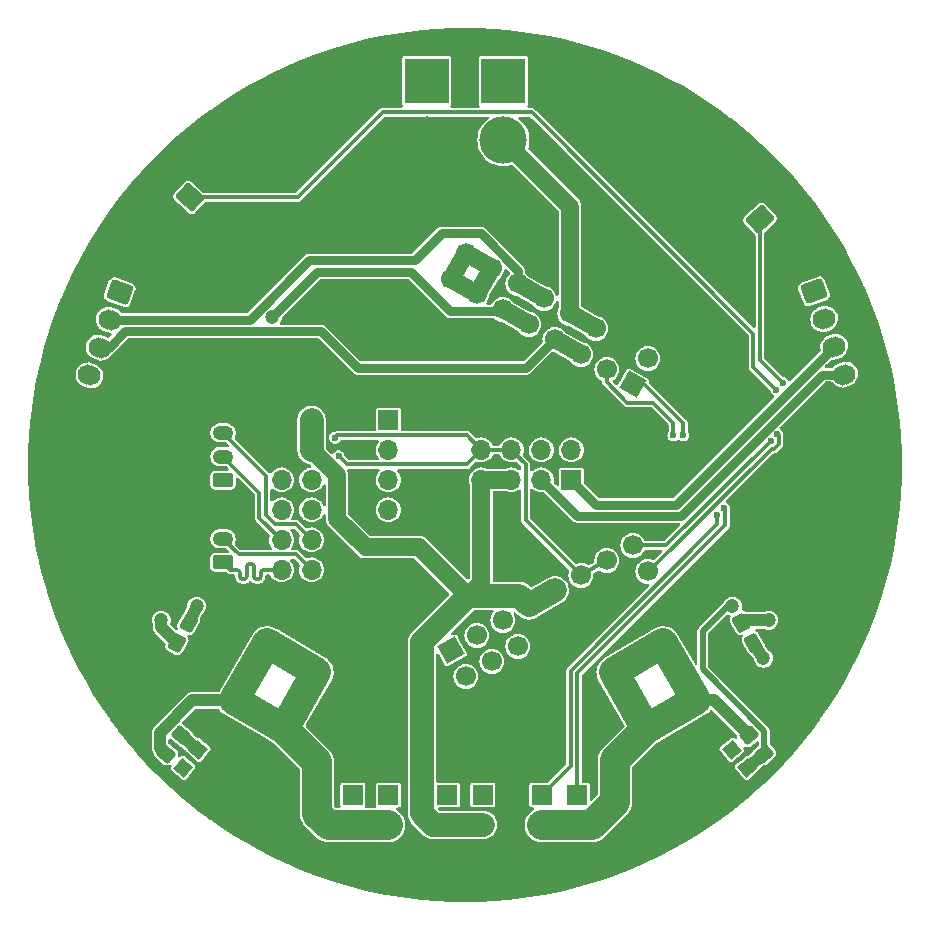
<source format=gbr>
%TF.GenerationSoftware,KiCad,Pcbnew,8.0.1-rc1*%
%TF.CreationDate,2024-04-17T22:05:37-07:00*%
%TF.ProjectId,Toolhead Board Breakout,546f6f6c-6865-4616-9420-426f61726420,rev?*%
%TF.SameCoordinates,Original*%
%TF.FileFunction,Copper,L1,Top*%
%TF.FilePolarity,Positive*%
%FSLAX46Y46*%
G04 Gerber Fmt 4.6, Leading zero omitted, Abs format (unit mm)*
G04 Created by KiCad (PCBNEW 8.0.1-rc1) date 2024-04-17 22:05:37*
%MOMM*%
%LPD*%
G01*
G04 APERTURE LIST*
G04 Aperture macros list*
%AMRoundRect*
0 Rectangle with rounded corners*
0 $1 Rounding radius*
0 $2 $3 $4 $5 $6 $7 $8 $9 X,Y pos of 4 corners*
0 Add a 4 corners polygon primitive as box body*
4,1,4,$2,$3,$4,$5,$6,$7,$8,$9,$2,$3,0*
0 Add four circle primitives for the rounded corners*
1,1,$1+$1,$2,$3*
1,1,$1+$1,$4,$5*
1,1,$1+$1,$6,$7*
1,1,$1+$1,$8,$9*
0 Add four rect primitives between the rounded corners*
20,1,$1+$1,$2,$3,$4,$5,0*
20,1,$1+$1,$4,$5,$6,$7,0*
20,1,$1+$1,$6,$7,$8,$9,0*
20,1,$1+$1,$8,$9,$2,$3,0*%
%AMHorizOval*
0 Thick line with rounded ends*
0 $1 width*
0 $2 $3 position (X,Y) of the first rounded end (center of the circle)*
0 $4 $5 position (X,Y) of the second rounded end (center of the circle)*
0 Add line between two ends*
20,1,$1,$2,$3,$4,$5,0*
0 Add two circle primitives to create the rounded ends*
1,1,$1,$2,$3*
1,1,$1,$4,$5*%
%AMRotRect*
0 Rectangle, with rotation*
0 The origin of the aperture is its center*
0 $1 length*
0 $2 width*
0 $3 Rotation angle, in degrees counterclockwise*
0 Add horizontal line*
21,1,$1,$2,0,0,$3*%
G04 Aperture macros list end*
%TA.AperFunction,SMDPad,CuDef*%
%ADD10RoundRect,0.250000X0.119744X-0.557370X0.569696X-0.021139X-0.119744X0.557370X-0.569696X0.021139X0*%
%TD*%
%TA.AperFunction,ComponentPad*%
%ADD11C,5.600000*%
%TD*%
%TA.AperFunction,ComponentPad*%
%ADD12RoundRect,0.250000X0.625000X-0.350000X0.625000X0.350000X-0.625000X0.350000X-0.625000X-0.350000X0*%
%TD*%
%TA.AperFunction,ComponentPad*%
%ADD13O,1.750000X1.200000*%
%TD*%
%TA.AperFunction,SMDPad,CuDef*%
%ADD14RoundRect,0.250000X-0.529784X-0.242612X0.054784X-0.580112X0.529784X0.242612X-0.054784X0.580112X0*%
%TD*%
%TA.AperFunction,SMDPad,CuDef*%
%ADD15RoundRect,0.250000X-0.569696X-0.021139X-0.119744X-0.557370X0.569696X0.021139X0.119744X0.557370X0*%
%TD*%
%TA.AperFunction,ComponentPad*%
%ADD16RoundRect,0.250000X-0.155880X0.947735X-0.958837X0.055961X0.155880X-0.947735X0.958837X-0.055961X0*%
%TD*%
%TA.AperFunction,ComponentPad*%
%ADD17HorizOval,1.700000X-0.111472X0.100370X0.111472X-0.100370X0*%
%TD*%
%TA.AperFunction,ComponentPad*%
%ADD18R,3.800000X3.800000*%
%TD*%
%TA.AperFunction,ComponentPad*%
%ADD19C,4.000000*%
%TD*%
%TA.AperFunction,SMDPad,CuDef*%
%ADD20RotRect,1.200000X1.200000X220.000000*%
%TD*%
%TA.AperFunction,SMDPad,CuDef*%
%ADD21RotRect,1.500000X1.600000X220.000000*%
%TD*%
%TA.AperFunction,ComponentPad*%
%ADD22RoundRect,0.250000X-0.886489X0.315851X-0.476065X-0.811780X0.886489X-0.315851X0.476065X0.811780X0*%
%TD*%
%TA.AperFunction,ComponentPad*%
%ADD23HorizOval,1.700000X-0.117462X-0.042753X0.117462X0.042753X0*%
%TD*%
%TA.AperFunction,ComponentPad*%
%ADD24R,1.700000X1.700000*%
%TD*%
%TA.AperFunction,ComponentPad*%
%ADD25O,1.700000X1.700000*%
%TD*%
%TA.AperFunction,ComponentPad*%
%ADD26RoundRect,0.250000X0.958837X0.055961X0.155880X0.947735X-0.958837X-0.055961X-0.155880X-0.947735X0*%
%TD*%
%TA.AperFunction,ComponentPad*%
%ADD27HorizOval,1.700000X0.111472X0.100370X-0.111472X-0.100370X0*%
%TD*%
%TA.AperFunction,ComponentPad*%
%ADD28RoundRect,0.250000X-0.476065X0.811780X-0.886489X-0.315851X0.476065X-0.811780X0.886489X0.315851X0*%
%TD*%
%TA.AperFunction,ComponentPad*%
%ADD29HorizOval,1.700000X-0.117462X0.042753X0.117462X-0.042753X0*%
%TD*%
%TA.AperFunction,SMDPad,CuDef*%
%ADD30RoundRect,0.250000X0.054784X0.580112X-0.529784X0.242612X-0.054784X-0.580112X0.529784X-0.242612X0*%
%TD*%
%TA.AperFunction,SMDPad,CuDef*%
%ADD31RotRect,1.200000X1.200000X320.000000*%
%TD*%
%TA.AperFunction,SMDPad,CuDef*%
%ADD32RotRect,1.500000X1.600000X320.000000*%
%TD*%
%TA.AperFunction,ComponentPad*%
%ADD33RotRect,1.700000X1.700000X60.000000*%
%TD*%
%TA.AperFunction,ComponentPad*%
%ADD34HorizOval,1.700000X0.000000X0.000000X0.000000X0.000000X0*%
%TD*%
%TA.AperFunction,ComponentPad*%
%ADD35RotRect,1.700000X1.700000X300.000000*%
%TD*%
%TA.AperFunction,ComponentPad*%
%ADD36HorizOval,1.700000X0.000000X0.000000X0.000000X0.000000X0*%
%TD*%
%TA.AperFunction,ViaPad*%
%ADD37C,1.200000*%
%TD*%
%TA.AperFunction,ViaPad*%
%ADD38C,0.600000*%
%TD*%
%TA.AperFunction,Conductor*%
%ADD39C,2.000000*%
%TD*%
%TA.AperFunction,Conductor*%
%ADD40C,1.500000*%
%TD*%
%TA.AperFunction,Conductor*%
%ADD41C,0.350000*%
%TD*%
%TA.AperFunction,Conductor*%
%ADD42C,1.000000*%
%TD*%
%TA.AperFunction,Conductor*%
%ADD43C,0.750000*%
%TD*%
%TA.AperFunction,Conductor*%
%ADD44C,0.500000*%
%TD*%
%TA.AperFunction,Conductor*%
%ADD45C,2.500000*%
%TD*%
G04 APERTURE END LIST*
D10*
%TO.P,R4,1*%
%TO.N,5VB*%
X49668069Y-99433241D03*
%TO.P,R4,2*%
%TO.N,Net-(U2-GND)*%
X50953645Y-97901153D03*
%TD*%
D11*
%TO.P,H1,1,1*%
%TO.N,GND*%
X68000000Y-87124356D03*
%TD*%
%TO.P,H1,1,1*%
%TO.N,GND*%
X68000000Y-62875644D03*
%TD*%
D12*
%TO.P,J13,1,Pin_1*%
%TO.N,CAN_H*%
X54500000Y-83250000D03*
D13*
%TO.P,J13,2,Pin_2*%
%TO.N,CAN_L*%
X54500000Y-81250000D03*
%TD*%
D14*
%TO.P,C3,1*%
%TO.N,+24V*%
X51605875Y-88348720D03*
%TO.P,C3,2*%
%TO.N,GND*%
X53402877Y-89386220D03*
%TD*%
D11*
%TO.P,H2,1,1*%
%TO.N,GND*%
X92000000Y-45555136D03*
%TD*%
D15*
%TO.P,R2,1*%
%TO.N,5VA*%
X99046355Y-97901153D03*
%TO.P,R2,2*%
%TO.N,Net-(U1-GND)*%
X100331931Y-99433241D03*
%TD*%
D16*
%TO.P,J18,1,Pin_1*%
%TO.N,THERM1*%
X51702786Y-52341053D03*
D17*
%TO.P,J18,2,Pin_2*%
%TO.N,GND*%
X50029959Y-54198915D03*
%TD*%
D14*
%TO.P,C4,1*%
%TO.N,5VB*%
X50605875Y-90080770D03*
%TO.P,C4,2*%
%TO.N,GND*%
X52402877Y-91118270D03*
%TD*%
D18*
%TO.P,J15,1,Pin_1*%
%TO.N,+24V*%
X71750000Y-42500001D03*
D19*
%TO.P,J15,2,Pin_2*%
%TO.N,GND*%
X71750000Y-47500001D03*
%TD*%
D20*
%TO.P,R1,1*%
%TO.N,Net-(U1-GND)*%
X98876447Y-100654538D03*
D21*
%TO.P,R1,2*%
%TO.N,GND*%
X95744015Y-101977553D03*
D20*
%TO.P,R1,3*%
%TO.N,N/C*%
X97590871Y-99122449D03*
%TD*%
D22*
%TO.P,J6,1,Pin_1*%
%TO.N,OA1*%
X104544950Y-60300769D03*
D23*
%TO.P,J6,2,Pin_2*%
%TO.N,OA2*%
X105400000Y-62650001D03*
%TO.P,J6,3,Pin_3*%
%TO.N,OB1*%
X106255051Y-64999232D03*
%TO.P,J6,4,Pin_4*%
%TO.N,OB2*%
X107110101Y-67348464D03*
%TD*%
D24*
%TO.P,J11,1,Pin_1*%
%TO.N,SERVO5*%
X68500002Y-102950000D03*
D25*
%TO.P,J11,2,Pin_2*%
%TO.N,5VB*%
X68500002Y-105490000D03*
%TO.P,J11,3,Pin_3*%
%TO.N,GND*%
X68500002Y-108030000D03*
%TD*%
D11*
%TO.P,H2,1,1*%
%TO.N,GND*%
X58000000Y-45555136D03*
%TD*%
D12*
%TO.P,J14,1,Pin_1*%
%TO.N,+3.3V*%
X54500000Y-76290000D03*
D13*
%TO.P,J14,2,Pin_2*%
%TO.N,SDA*%
X54500000Y-74290000D03*
%TO.P,J14,3,Pin_3*%
%TO.N,SCL*%
X54500000Y-72290000D03*
%TO.P,J14,4,Pin_4*%
%TO.N,GND*%
X54500000Y-70290000D03*
%TD*%
D11*
%TO.P,H2,1,1*%
%TO.N,GND*%
X41000000Y-75000000D03*
%TD*%
D26*
%TO.P,J17,1,Pin_1*%
%TO.N,THERM0*%
X99970042Y-54198915D03*
D27*
%TO.P,J17,2,Pin_2*%
%TO.N,GND*%
X98297215Y-52341053D03*
%TD*%
D11*
%TO.P,H2,1,1*%
%TO.N,GND*%
X92000000Y-104444864D03*
%TD*%
D24*
%TO.P,J9,1,Pin_1*%
%TO.N,SERVO3*%
X76500000Y-102949999D03*
D25*
%TO.P,J9,2,Pin_2*%
%TO.N,+5V*%
X76500000Y-105489999D03*
%TO.P,J9,3,Pin_3*%
%TO.N,GND*%
X76500000Y-108029999D03*
%TD*%
D28*
%TO.P,J22,1,Pin_1*%
%TO.N,+24V*%
X45766059Y-60369049D03*
D29*
%TO.P,J22,2,Pin_2*%
%TO.N,24V_PWM1*%
X44911009Y-62718281D03*
%TO.P,J22,3,Pin_3*%
%TO.N,24V_PWM2*%
X44055958Y-65067512D03*
%TO.P,J22,4,Pin_4*%
%TO.N,24V_PWM3*%
X43200908Y-67416744D03*
%TD*%
D11*
%TO.P,H2,1,1*%
%TO.N,GND*%
X109000000Y-75000000D03*
%TD*%
D24*
%TO.P,J10,1,Pin_1*%
%TO.N,SERVO4*%
X73500001Y-102949999D03*
D25*
%TO.P,J10,2,Pin_2*%
%TO.N,+5V*%
X73500001Y-105489999D03*
%TO.P,J10,3,Pin_3*%
%TO.N,GND*%
X73500001Y-108029999D03*
%TD*%
D11*
%TO.P,H2,1,1*%
%TO.N,GND*%
X58000000Y-104444864D03*
%TD*%
%TO.P,H1,1,1*%
%TO.N,GND*%
X89000000Y-75000000D03*
%TD*%
D24*
%TO.P,J7,1,Pin_1*%
%TO.N,SERVO1*%
X84500000Y-102949999D03*
D25*
%TO.P,J7,2,Pin_2*%
%TO.N,5VA*%
X84500000Y-105489999D03*
%TO.P,J7,3,Pin_3*%
%TO.N,GND*%
X84500000Y-108029999D03*
%TD*%
D30*
%TO.P,C2,1*%
%TO.N,5VA*%
X98394125Y-88348720D03*
%TO.P,C2,2*%
%TO.N,GND*%
X96597123Y-89386220D03*
%TD*%
D31*
%TO.P,R3,1*%
%TO.N,Net-(U2-GND)*%
X52409129Y-99122449D03*
D32*
%TO.P,R3,2*%
%TO.N,GND*%
X54255985Y-101977553D03*
D31*
%TO.P,R3,3*%
%TO.N,N/C*%
X51123553Y-100654538D03*
%TD*%
D24*
%TO.P,J8,1,Pin_1*%
%TO.N,SERVO2*%
X81500000Y-102949999D03*
D25*
%TO.P,J8,2,Pin_2*%
%TO.N,5VA*%
X81500000Y-105489999D03*
%TO.P,J8,3,Pin_3*%
%TO.N,GND*%
X81500000Y-108029999D03*
%TD*%
D30*
%TO.P,C1,1*%
%TO.N,+24V*%
X99394125Y-90080770D03*
%TO.P,C1,2*%
%TO.N,GND*%
X97597123Y-91118270D03*
%TD*%
D24*
%TO.P,J12,1,Pin_1*%
%TO.N,SERVO6*%
X65500000Y-102949999D03*
D25*
%TO.P,J12,2,Pin_2*%
%TO.N,5VB*%
X65500000Y-105489999D03*
%TO.P,J12,3,Pin_3*%
%TO.N,GND*%
X65500000Y-108029999D03*
%TD*%
D18*
%TO.P,J21,1,Pin_1*%
%TO.N,+24V*%
X78250001Y-42500001D03*
D19*
%TO.P,J21,2,Pin_2*%
%TO.N,24V_PWM0*%
X78250001Y-47500001D03*
%TD*%
D24*
%TO.P,J1,1,Pin_1*%
%TO.N,GND*%
X62000000Y-66110000D03*
D25*
%TO.P,J1,2,Pin_2*%
X59460000Y-66110000D03*
%TO.P,J1,3,Pin_3*%
X62000000Y-68650000D03*
%TO.P,J1,4,Pin_4*%
X59460000Y-68650000D03*
%TO.P,J1,5,Pin_5*%
%TO.N,+5V*%
X62000000Y-71190000D03*
%TO.P,J1,6,Pin_6*%
%TO.N,GND*%
X59460000Y-71190000D03*
%TO.P,J1,7,Pin_7*%
%TO.N,+5V*%
X62000000Y-73730000D03*
%TO.P,J1,8,Pin_8*%
%TO.N,GND*%
X59460000Y-73730000D03*
%TO.P,J1,9,Pin_9*%
%TO.N,D1*%
X62000000Y-76270000D03*
%TO.P,J1,10,Pin_10*%
%TO.N,D20*%
X59460000Y-76270000D03*
%TO.P,J1,11,Pin_11*%
%TO.N,D21*%
X62000000Y-78810000D03*
%TO.P,J1,12,Pin_12*%
%TO.N,D24*%
X59460000Y-78810000D03*
%TO.P,J1,13,Pin_13*%
%TO.N,SCL*%
X62000000Y-81350000D03*
%TO.P,J1,14,Pin_14*%
%TO.N,SDA*%
X59460000Y-81350000D03*
%TO.P,J1,15,Pin_15*%
%TO.N,CAN_L*%
X62000000Y-83890000D03*
%TO.P,J1,16,Pin_16*%
%TO.N,CAN_H*%
X59460000Y-83890000D03*
%TD*%
D24*
%TO.P,J5,1,Pin_1*%
%TO.N,OB1*%
X84000000Y-76270000D03*
D25*
%TO.P,J5,2,Pin_2*%
%TO.N,OA2*%
X84000000Y-73730000D03*
%TO.P,J5,3,Pin_3*%
%TO.N,OB2*%
X81460000Y-76270000D03*
%TO.P,J5,4,Pin_4*%
%TO.N,OA1*%
X81460000Y-73730000D03*
%TO.P,J5,5,Pin_5*%
%TO.N,+5V*%
X78920000Y-76270000D03*
%TO.P,J5,6,Pin_6*%
%TO.N,+3.3V*%
X78920000Y-73730000D03*
%TO.P,J5,7,Pin_7*%
%TO.N,+5V*%
X76380000Y-76270000D03*
%TO.P,J5,8,Pin_8*%
%TO.N,+3.3V*%
X76380000Y-73730000D03*
%TD*%
D33*
%TO.P,J2,1,Pin_1*%
%TO.N,SERVO1*%
X89198966Y-68186670D03*
D34*
%TO.P,J2,2,Pin_2*%
%TO.N,+5V*%
X90468966Y-65986965D03*
%TO.P,J2,3,Pin_3*%
%TO.N,SERVO2*%
X86999261Y-66916670D03*
%TO.P,J2,4,Pin_4*%
%TO.N,GND*%
X88269261Y-64716965D03*
%TO.P,J2,5,Pin_5*%
%TO.N,24V_PWM2*%
X84799557Y-65646670D03*
%TO.P,J2,6,Pin_6*%
%TO.N,24V_PWM0*%
X86069557Y-63446965D03*
%TO.P,J2,7,Pin_7*%
%TO.N,24V_PWM2*%
X82599852Y-64376670D03*
%TO.P,J2,8,Pin_8*%
%TO.N,24V_PWM0*%
X83869852Y-62176965D03*
%TO.P,J2,9,Pin_9*%
%TO.N,24V_PWM3*%
X80400148Y-63106670D03*
%TO.P,J2,10,Pin_10*%
%TO.N,24V_PWM1*%
X81670148Y-60906965D03*
%TO.P,J2,11,Pin_11*%
%TO.N,24V_PWM3*%
X78200443Y-61836670D03*
%TO.P,J2,12,Pin_12*%
%TO.N,24V_PWM1*%
X79470443Y-59636965D03*
%TO.P,J2,13,Pin_13*%
%TO.N,+24V*%
X76000739Y-60566670D03*
%TO.P,J2,14,Pin_14*%
X77270739Y-58366965D03*
%TO.P,J2,15,Pin_15*%
X73801034Y-59296670D03*
%TO.P,J2,16,Pin_16*%
X75071033Y-57096965D03*
%TD*%
D35*
%TO.P,J3,1,Pin_1*%
%TO.N,ADC1*%
X73801034Y-90703330D03*
D36*
%TO.P,J3,2,Pin_2*%
%TO.N,ADC0*%
X75071034Y-92903035D03*
%TO.P,J3,3,Pin_3*%
%TO.N,SERVO3*%
X76000739Y-89433330D03*
%TO.P,J3,4,Pin_4*%
%TO.N,SERVO4*%
X77270739Y-91633035D03*
%TO.P,J3,5,Pin_5*%
%TO.N,SERVO5*%
X78200443Y-88163330D03*
%TO.P,J3,6,Pin_6*%
%TO.N,SERVO6*%
X79470443Y-90363035D03*
%TO.P,J3,7,Pin_7*%
%TO.N,+5V*%
X80400148Y-86893330D03*
%TO.P,J3,8,Pin_8*%
%TO.N,GND*%
X81670148Y-89093035D03*
%TO.P,J3,9,Pin_9*%
%TO.N,+5V*%
X82599852Y-85623330D03*
%TO.P,J3,10,Pin_10*%
%TO.N,GND*%
X83869852Y-87823035D03*
%TO.P,J3,11,Pin_11*%
%TO.N,+3.3V*%
X84799557Y-84353330D03*
%TO.P,J3,12,Pin_12*%
%TO.N,GND*%
X86069557Y-86553035D03*
%TO.P,J3,13,Pin_13*%
%TO.N,+3.3V*%
X86999261Y-83083330D03*
%TO.P,J3,14,Pin_14*%
%TO.N,GND*%
X88269261Y-85283035D03*
%TO.P,J3,15,Pin_15*%
%TO.N,THERM0*%
X89198966Y-81813330D03*
%TO.P,J3,16,Pin_16*%
%TO.N,THERM1*%
X90468966Y-84013035D03*
%TD*%
D24*
%TO.P,J4,1,Pin_1*%
%TO.N,+24V*%
X68500000Y-71190000D03*
D25*
%TO.P,J4,2,Pin_2*%
%TO.N,GND*%
X65960000Y-71190000D03*
%TO.P,J4,3,Pin_3*%
%TO.N,+24V*%
X68500000Y-73730000D03*
%TO.P,J4,4,Pin_4*%
%TO.N,GND*%
X65960000Y-73730000D03*
%TO.P,J4,5,Pin_5*%
%TO.N,+24V*%
X68500000Y-76270000D03*
%TO.P,J4,6,Pin_6*%
%TO.N,GND*%
X65960000Y-76270000D03*
%TO.P,J4,7,Pin_7*%
%TO.N,+24V*%
X68500000Y-78810000D03*
%TO.P,J4,8,Pin_8*%
%TO.N,GND*%
X65960000Y-78810000D03*
%TD*%
D37*
%TO.N,+24V*%
X100261553Y-91358200D03*
X52278447Y-86958791D03*
%TO.N,24V_PWM3*%
X58675851Y-62455851D03*
D38*
%TO.N,SERVO2*%
X96354613Y-79213022D03*
X92634206Y-72505794D03*
%TO.N,SERVO1*%
X96920302Y-78647337D03*
X93460000Y-72500000D03*
%TO.N,THERM1*%
X101443297Y-72391926D03*
X101368422Y-68648423D03*
%TO.N,+3.3V*%
X64291676Y-74248324D03*
X64000000Y-72690000D03*
%TO.N,THERM0*%
X101934109Y-68082736D03*
X100877610Y-72957613D03*
D37*
%TO.N,Net-(U1-GND)*%
X97640000Y-86950000D03*
%TO.N,5VA*%
X94555032Y-94924215D03*
X100723604Y-88158495D03*
X91780032Y-90117775D03*
X90354809Y-97349215D03*
X87579809Y-92542775D03*
%TO.N,5VB*%
X49276396Y-88158495D03*
X55444968Y-94924216D03*
X59645191Y-97349215D03*
X58219967Y-90117775D03*
X62420190Y-92542775D03*
%TO.N,Net-(U2-GND)*%
X50953645Y-97901153D03*
%TD*%
D39*
%TO.N,+5V*%
X71340606Y-89994458D02*
X75245064Y-86090000D01*
D40*
X76380000Y-76270000D02*
X76380000Y-84955064D01*
D39*
X72297920Y-105459999D02*
X71340606Y-104502685D01*
X71340606Y-104502685D02*
X71340606Y-89994458D01*
X62000000Y-71190000D02*
X62000000Y-73730000D01*
X73500001Y-105459999D02*
X76500000Y-105459999D01*
X73500001Y-105459999D02*
X72297920Y-105459999D01*
X75245064Y-86090000D02*
X79596818Y-86090000D01*
D40*
X76380000Y-84955064D02*
X75245064Y-86090000D01*
X64160000Y-75884415D02*
X64160000Y-79555585D01*
X66574415Y-81970000D02*
X71125064Y-81970000D01*
X71125064Y-81970000D02*
X75245064Y-86090000D01*
D39*
X82599852Y-85623330D02*
X80400148Y-86893330D01*
D40*
X64160000Y-79555585D02*
X66574415Y-81970000D01*
D39*
X79596818Y-86090000D02*
X80400148Y-86893330D01*
D40*
X62005585Y-73730000D02*
X64160000Y-75884415D01*
X78920000Y-76270000D02*
X76380000Y-76270000D01*
D41*
%TO.N,SCL*%
X58140000Y-79252182D02*
X58140000Y-75930000D01*
X58140000Y-75930000D02*
X54500000Y-72290000D01*
X62000000Y-81350000D02*
X60685000Y-80035000D01*
X58922818Y-80035000D02*
X58140000Y-79252182D01*
X60685000Y-80035000D02*
X58922818Y-80035000D01*
%TO.N,SDA*%
X57590000Y-77380000D02*
X54500000Y-74290000D01*
X59460000Y-81350000D02*
X57590000Y-79480000D01*
X57590000Y-79480000D02*
X57590000Y-77380000D01*
%TO.N,CAN_H*%
X56280000Y-84672075D02*
X56160000Y-84672075D01*
X56520000Y-83597921D02*
X56520000Y-84432075D01*
X56880000Y-83357921D02*
X56760000Y-83357921D01*
X57120000Y-84432075D02*
X57120000Y-83597921D01*
X55680000Y-83890000D02*
X55560000Y-83890000D01*
X55140000Y-83890000D02*
X54500000Y-83250000D01*
X55920000Y-84432075D02*
X55920000Y-84130000D01*
X55250000Y-83890000D02*
X55140000Y-83890000D01*
X57480000Y-84672075D02*
X57360000Y-84672075D01*
X55560000Y-83890000D02*
X55250000Y-83890000D01*
X59460000Y-83890000D02*
X57960000Y-83890000D01*
X57720000Y-84130000D02*
X57720000Y-84432075D01*
X57120000Y-83597921D02*
G75*
G03*
X56880000Y-83357900I-240000J21D01*
G01*
X56520000Y-84432075D02*
G75*
G02*
X56280000Y-84672100I-240000J-25D01*
G01*
X57960000Y-83890000D02*
G75*
G03*
X57720000Y-84130000I0J-240000D01*
G01*
X55920000Y-84130000D02*
G75*
G03*
X55680000Y-83890000I-240000J0D01*
G01*
X57720000Y-84432075D02*
G75*
G02*
X57480000Y-84672100I-240000J-25D01*
G01*
X56160000Y-84672075D02*
G75*
G02*
X55920025Y-84432075I0J239975D01*
G01*
X57360000Y-84672075D02*
G75*
G02*
X57120025Y-84432075I0J239975D01*
G01*
X56760000Y-83357921D02*
G75*
G03*
X56520021Y-83597921I0J-239979D01*
G01*
%TO.N,CAN_L*%
X62000000Y-83890000D02*
X60685000Y-82575000D01*
X60685000Y-82575000D02*
X55825000Y-82575000D01*
X55825000Y-82575000D02*
X54500000Y-81250000D01*
D40*
%TO.N,+24V*%
X77270739Y-58366965D02*
X76000739Y-60566670D01*
X75071033Y-57096965D02*
X73801034Y-59296670D01*
D42*
X99394125Y-90080770D02*
X100261553Y-91358200D01*
D40*
X75071033Y-57096965D02*
X77270739Y-58366965D01*
X76000739Y-60566670D02*
X73801034Y-59296670D01*
D42*
X51605875Y-88348720D02*
X52278447Y-86958791D01*
D43*
%TO.N,24V_PWM1*%
X73030000Y-55390000D02*
X70730000Y-57690000D01*
X70730000Y-57690000D02*
X61780000Y-57690000D01*
X79470443Y-58551414D02*
X76309029Y-55390000D01*
X76309029Y-55390000D02*
X73030000Y-55390000D01*
D40*
X81670148Y-60906965D02*
X79470443Y-59636965D01*
D43*
X56751720Y-62718280D02*
X44911008Y-62718280D01*
X61780000Y-57690000D02*
X56751720Y-62718280D01*
X79470443Y-59636965D02*
X79470443Y-58551414D01*
%TO.N,24V_PWM2*%
X62820000Y-63700000D02*
X46203166Y-63700000D01*
X46203166Y-63700000D02*
X44835654Y-65067512D01*
X82599852Y-64376670D02*
X80186522Y-66790000D01*
X44835654Y-65067512D02*
X44055959Y-65067512D01*
X80186522Y-66790000D02*
X65910000Y-66790000D01*
X65910000Y-66790000D02*
X62820000Y-63700000D01*
D40*
X82599852Y-64376670D02*
X84799557Y-65646670D01*
D43*
%TO.N,24V_PWM3*%
X78045443Y-61991670D02*
X73761670Y-61991670D01*
X73761670Y-61991670D02*
X70460000Y-58690000D01*
X70460000Y-58690000D02*
X62441702Y-58690000D01*
D40*
X78200443Y-61836670D02*
X80400148Y-63106670D01*
D43*
X62441702Y-58690000D02*
X58675851Y-62455851D01*
D41*
%TO.N,SERVO2*%
X96354613Y-80005387D02*
X83950000Y-92410001D01*
X83950000Y-100499999D02*
X81500000Y-102949999D01*
X90938766Y-69722792D02*
X92634206Y-71418232D01*
X83950000Y-92410001D02*
X83950000Y-100499999D01*
X92634206Y-71418232D02*
X92634206Y-72505794D01*
X88732512Y-69722792D02*
X90938766Y-69722792D01*
X86999261Y-67989541D02*
X88732512Y-69722792D01*
X86999261Y-66916670D02*
X86999261Y-67989541D01*
X96354613Y-79213022D02*
X96354613Y-80005387D01*
%TO.N,SERVO1*%
X97029613Y-80108205D02*
X84500000Y-92637818D01*
X96920302Y-78647337D02*
X97029613Y-78756648D01*
X97029613Y-78756648D02*
X97029613Y-80108205D01*
X84500000Y-92637818D02*
X84500000Y-102949999D01*
X89198966Y-68186670D02*
X90180462Y-68186670D01*
X90180462Y-68186670D02*
X93460000Y-71466208D01*
X93460000Y-71466208D02*
X93460000Y-72500000D01*
D40*
%TO.N,24V_PWM0*%
X86069557Y-63446965D02*
X83869852Y-62176965D01*
X83869852Y-62176965D02*
X83869852Y-53119852D01*
X83869852Y-53119852D02*
X78250001Y-47500001D01*
D41*
%TO.N,THERM1*%
X100980428Y-73632613D02*
X90600006Y-84013035D01*
X99420042Y-63900042D02*
X80645001Y-45125001D01*
X101368422Y-68648423D02*
X99420042Y-66700043D01*
X68054999Y-45125001D02*
X60838947Y-52341053D01*
X101552610Y-72501239D02*
X101552610Y-73237208D01*
X101552610Y-73237208D02*
X101157205Y-73632613D01*
X80645001Y-45125001D02*
X68054999Y-45125001D01*
X101157205Y-73632613D02*
X100980428Y-73632613D01*
X101443297Y-72391926D02*
X101552610Y-72501239D01*
X99420042Y-66700043D02*
X99420042Y-63900042D01*
X60838947Y-52341053D02*
X51702786Y-52341053D01*
%TO.N,+3.3V*%
X78920000Y-73730000D02*
X76380000Y-73730000D01*
X75155000Y-74955000D02*
X64998352Y-74955000D01*
X76380000Y-73730000D02*
X75155000Y-74955000D01*
X64185000Y-72505000D02*
X75155000Y-72505000D01*
X75155000Y-72505000D02*
X76380000Y-73730000D01*
X80145000Y-79698773D02*
X84799557Y-84353330D01*
X78920000Y-73730000D02*
X80145000Y-74955000D01*
X64998352Y-74955000D02*
X64291676Y-74248324D01*
X64000000Y-72690000D02*
X64185000Y-72505000D01*
X80145000Y-74955000D02*
X80145000Y-79698773D01*
X86999261Y-83083330D02*
X84799557Y-84353330D01*
%TO.N,THERM0*%
X101934109Y-68082736D02*
X99970042Y-66118669D01*
X89198966Y-81813330D02*
X92021893Y-81813330D01*
X99970042Y-66118669D02*
X99970042Y-54198915D01*
X92021893Y-81813330D02*
X100877610Y-72957613D01*
D43*
%TO.N,OB1*%
X86105000Y-78375000D02*
X92879283Y-78375000D01*
X92879283Y-78375000D02*
X106255051Y-64999232D01*
X84000000Y-76270000D02*
X86105000Y-78375000D01*
%TO.N,OB2*%
X81460000Y-76270000D02*
X84515000Y-79325000D01*
X84515000Y-79325000D02*
X93272785Y-79325000D01*
X93272785Y-79325000D02*
X105249322Y-67348463D01*
X105249322Y-67348463D02*
X107110101Y-67348463D01*
D44*
%TO.N,Net-(U1-GND)*%
X95130000Y-89087155D02*
X95130000Y-92316042D01*
X97640000Y-86950000D02*
X97267155Y-86950000D01*
X95130000Y-92316042D02*
X100331930Y-97517972D01*
D42*
X98876447Y-100654537D02*
X100331930Y-99433242D01*
D44*
X97267155Y-86950000D02*
X95130000Y-89087155D01*
X100331930Y-97517972D02*
X100331930Y-99433242D01*
D45*
%TO.N,5VA*%
X91780032Y-90117775D02*
X87579809Y-92542775D01*
X94555032Y-94924215D02*
X91780032Y-90117775D01*
X81500000Y-105489999D02*
X84500000Y-105489999D01*
D42*
X98584350Y-88158495D02*
X98394125Y-88348720D01*
X100723604Y-88158495D02*
X98584350Y-88158495D01*
D45*
X85740001Y-105489999D02*
X87680000Y-103550000D01*
X84500000Y-105489999D02*
X85740001Y-105489999D01*
X90354809Y-97349215D02*
X94555032Y-94924215D01*
D42*
X97442602Y-96297398D02*
X96069419Y-94924215D01*
X99046356Y-97901152D02*
X97442602Y-96297398D01*
D45*
X87680000Y-103550000D02*
X87680000Y-100024024D01*
D42*
X96069419Y-94924215D02*
X94555032Y-94924215D01*
D45*
X87680000Y-100024024D02*
X90354809Y-97349215D01*
X87579809Y-92542775D02*
X90354809Y-97349215D01*
D42*
%TO.N,5VB*%
X49276396Y-88751291D02*
X50605875Y-90080770D01*
D45*
X62480000Y-100184024D02*
X59645191Y-97349215D01*
D42*
X51908276Y-94924216D02*
X55444968Y-94924216D01*
X49171204Y-98936376D02*
X49171204Y-97661288D01*
D45*
X63440000Y-105489999D02*
X62480000Y-104529999D01*
D42*
X49171204Y-97661288D02*
X51908276Y-94924216D01*
D45*
X55444968Y-94924216D02*
X59645191Y-97349215D01*
D42*
X49276396Y-88158495D02*
X49276396Y-88751291D01*
D45*
X65500000Y-105489999D02*
X68500002Y-105490000D01*
D42*
X49668069Y-99433241D02*
X49171204Y-98936376D01*
D45*
X58219967Y-90117775D02*
X55444968Y-94924216D01*
X65500000Y-105489999D02*
X63440000Y-105489999D01*
X62480000Y-104529999D02*
X62480000Y-100184024D01*
X62420190Y-92542775D02*
X58219967Y-90117775D01*
X59645191Y-97349215D02*
X62420190Y-92542775D01*
D42*
%TO.N,Net-(U2-GND)*%
X52409128Y-99122449D02*
X50953645Y-97901153D01*
%TD*%
%TA.AperFunction,Conductor*%
%TO.N,GND*%
G36*
X77922275Y-74125185D02*
G01*
X77964594Y-74171046D01*
X78042315Y-74316450D01*
X78076969Y-74358677D01*
X78173589Y-74476410D01*
X78254951Y-74543181D01*
X78333550Y-74607685D01*
X78516046Y-74705232D01*
X78714066Y-74765300D01*
X78714065Y-74765300D01*
X78732529Y-74767118D01*
X78920000Y-74785583D01*
X79125934Y-74765300D01*
X79283709Y-74717439D01*
X79353574Y-74716817D01*
X79407383Y-74748420D01*
X79733181Y-75074218D01*
X79766666Y-75135541D01*
X79769500Y-75161899D01*
X79769500Y-75346017D01*
X79749815Y-75413056D01*
X79697011Y-75458811D01*
X79627853Y-75468755D01*
X79566836Y-75441871D01*
X79506453Y-75392317D01*
X79506451Y-75392316D01*
X79506450Y-75392315D01*
X79323954Y-75294768D01*
X79125934Y-75234700D01*
X79125932Y-75234699D01*
X79125934Y-75234699D01*
X78920000Y-75214417D01*
X78714067Y-75234699D01*
X78516043Y-75294769D01*
X78497169Y-75304858D01*
X78438715Y-75319500D01*
X76861285Y-75319500D01*
X76802831Y-75304858D01*
X76783956Y-75294769D01*
X76783955Y-75294768D01*
X76783954Y-75294768D01*
X76585934Y-75234700D01*
X76585932Y-75234699D01*
X76585934Y-75234699D01*
X76380000Y-75214417D01*
X76174067Y-75234699D01*
X75976043Y-75294769D01*
X75901990Y-75334352D01*
X75793550Y-75392315D01*
X75793548Y-75392316D01*
X75793547Y-75392317D01*
X75633589Y-75523589D01*
X75502317Y-75683547D01*
X75404769Y-75866043D01*
X75344699Y-76064067D01*
X75324417Y-76270000D01*
X75344699Y-76475932D01*
X75404768Y-76673954D01*
X75414858Y-76692830D01*
X75429500Y-76751284D01*
X75429500Y-84509992D01*
X75409815Y-84577031D01*
X75393185Y-84597668D01*
X75354444Y-84636410D01*
X75332745Y-84658109D01*
X75271421Y-84691593D01*
X75201729Y-84686608D01*
X75157383Y-84658108D01*
X71730975Y-81231700D01*
X71730971Y-81231697D01*
X71575300Y-81127680D01*
X71575291Y-81127675D01*
X71473967Y-81085706D01*
X71473965Y-81085705D01*
X71402315Y-81056027D01*
X71402311Y-81056026D01*
X71402307Y-81056025D01*
X71256642Y-81027051D01*
X71231334Y-81022017D01*
X71218682Y-81019500D01*
X71218681Y-81019500D01*
X71218680Y-81019500D01*
X67019487Y-81019500D01*
X66952448Y-80999815D01*
X66931806Y-80983181D01*
X65146819Y-79198194D01*
X65113334Y-79136871D01*
X65110500Y-79110513D01*
X65110500Y-78810000D01*
X67444417Y-78810000D01*
X67464699Y-79015932D01*
X67464700Y-79015934D01*
X67524768Y-79213954D01*
X67622315Y-79396450D01*
X67656969Y-79438677D01*
X67753589Y-79556410D01*
X67850209Y-79635702D01*
X67913550Y-79687685D01*
X68096046Y-79785232D01*
X68294066Y-79845300D01*
X68294065Y-79845300D01*
X68312529Y-79847118D01*
X68500000Y-79865583D01*
X68705934Y-79845300D01*
X68903954Y-79785232D01*
X69086450Y-79687685D01*
X69246410Y-79556410D01*
X69377685Y-79396450D01*
X69475232Y-79213954D01*
X69535300Y-79015934D01*
X69555583Y-78810000D01*
X69535300Y-78604066D01*
X69475232Y-78406046D01*
X69377685Y-78223550D01*
X69265743Y-78087147D01*
X69246410Y-78063589D01*
X69086452Y-77932317D01*
X69086453Y-77932317D01*
X69086450Y-77932315D01*
X68903954Y-77834768D01*
X68705934Y-77774700D01*
X68705932Y-77774699D01*
X68705934Y-77774699D01*
X68500000Y-77754417D01*
X68294067Y-77774699D01*
X68096043Y-77834769D01*
X67985898Y-77893643D01*
X67913550Y-77932315D01*
X67913548Y-77932316D01*
X67913547Y-77932317D01*
X67753589Y-78063589D01*
X67622317Y-78223547D01*
X67524769Y-78406043D01*
X67464699Y-78604067D01*
X67444417Y-78810000D01*
X65110500Y-78810000D01*
X65110500Y-75790798D01*
X65110499Y-75790794D01*
X65097833Y-75727117D01*
X65073973Y-75607164D01*
X65030392Y-75501952D01*
X65022924Y-75432483D01*
X65054199Y-75370004D01*
X65114288Y-75334352D01*
X65144954Y-75330500D01*
X67649879Y-75330500D01*
X67716918Y-75350185D01*
X67762673Y-75402989D01*
X67772617Y-75472147D01*
X67745732Y-75533165D01*
X67622317Y-75683546D01*
X67524769Y-75866043D01*
X67464699Y-76064067D01*
X67444417Y-76270000D01*
X67464699Y-76475932D01*
X67494734Y-76574944D01*
X67524768Y-76673954D01*
X67622315Y-76856450D01*
X67622317Y-76856452D01*
X67753589Y-77016410D01*
X67798275Y-77053082D01*
X67913550Y-77147685D01*
X68096046Y-77245232D01*
X68294066Y-77305300D01*
X68294065Y-77305300D01*
X68312529Y-77307118D01*
X68500000Y-77325583D01*
X68705934Y-77305300D01*
X68903954Y-77245232D01*
X69086450Y-77147685D01*
X69246410Y-77016410D01*
X69377685Y-76856450D01*
X69475232Y-76673954D01*
X69535300Y-76475934D01*
X69555583Y-76270000D01*
X69535300Y-76064066D01*
X69475232Y-75866046D01*
X69377685Y-75683550D01*
X69254268Y-75533165D01*
X69226955Y-75468855D01*
X69238746Y-75399987D01*
X69285898Y-75348427D01*
X69350121Y-75330500D01*
X75204435Y-75330500D01*
X75204436Y-75330500D01*
X75252186Y-75317705D01*
X75299938Y-75304910D01*
X75385562Y-75255475D01*
X75455475Y-75185562D01*
X75892618Y-74748417D01*
X75953939Y-74714934D01*
X76016290Y-74717439D01*
X76174063Y-74765299D01*
X76174065Y-74765300D01*
X76192529Y-74767118D01*
X76380000Y-74785583D01*
X76585934Y-74765300D01*
X76783954Y-74705232D01*
X76966450Y-74607685D01*
X77126410Y-74476410D01*
X77257685Y-74316450D01*
X77335406Y-74171046D01*
X77384369Y-74121202D01*
X77444764Y-74105500D01*
X77855236Y-74105500D01*
X77922275Y-74125185D01*
G37*
%TD.AperFunction*%
%TA.AperFunction,Conductor*%
G36*
X76208564Y-38020276D02*
G01*
X76212568Y-38020407D01*
X77417896Y-38079621D01*
X77421902Y-38079884D01*
X78624541Y-38178495D01*
X78628573Y-38178891D01*
X79827419Y-38316807D01*
X79831401Y-38317332D01*
X81025090Y-38494399D01*
X81029006Y-38495045D01*
X82216283Y-38711078D01*
X82220210Y-38711859D01*
X83360830Y-38958210D01*
X83399717Y-38966609D01*
X83403670Y-38967530D01*
X84574212Y-39260735D01*
X84578100Y-39261776D01*
X85738463Y-39593136D01*
X85742299Y-39594300D01*
X86891205Y-39963450D01*
X86895015Y-39964744D01*
X88031183Y-40371271D01*
X88034920Y-40372678D01*
X89157211Y-40816174D01*
X89160956Y-40817725D01*
X90268120Y-41297698D01*
X90271729Y-41299333D01*
X91362651Y-41815301D01*
X91366261Y-41817082D01*
X92439654Y-42368434D01*
X92443201Y-42370330D01*
X93497996Y-42956518D01*
X93501479Y-42958529D01*
X94536486Y-43578889D01*
X94539931Y-43581031D01*
X95554141Y-44234957D01*
X95557496Y-44237199D01*
X96549694Y-44923909D01*
X96552980Y-44926263D01*
X97467700Y-45604666D01*
X97522237Y-45645113D01*
X97525443Y-45647573D01*
X98168007Y-46157548D01*
X98470654Y-46397746D01*
X98473791Y-46400321D01*
X99393921Y-47180993D01*
X99396971Y-47183668D01*
X100063583Y-47787850D01*
X100291065Y-47994027D01*
X100294021Y-47996795D01*
X101161168Y-48836020D01*
X101163979Y-48838831D01*
X102002472Y-49705222D01*
X102003198Y-49705972D01*
X102005972Y-49708934D01*
X102816331Y-50603028D01*
X102819006Y-50606078D01*
X103599678Y-51526208D01*
X103602253Y-51529345D01*
X104352416Y-52474543D01*
X104354882Y-52477757D01*
X104675020Y-52909413D01*
X105073727Y-53447006D01*
X105076089Y-53450303D01*
X105762057Y-54441430D01*
X105762787Y-54442484D01*
X105765042Y-54445858D01*
X106418968Y-55460068D01*
X106421110Y-55463513D01*
X107041461Y-56498505D01*
X107043490Y-56502019D01*
X107629660Y-57556782D01*
X107631573Y-57560361D01*
X108182910Y-58633724D01*
X108184705Y-58637363D01*
X108281195Y-58841374D01*
X108687591Y-59700626D01*
X108700646Y-59728227D01*
X108702313Y-59731908D01*
X108836275Y-60040921D01*
X109182272Y-60839039D01*
X109183825Y-60842788D01*
X109627310Y-61965049D01*
X109628739Y-61968847D01*
X110035249Y-63104968D01*
X110036554Y-63108810D01*
X110405692Y-64257677D01*
X110406870Y-64261560D01*
X110738218Y-65421883D01*
X110739268Y-65425803D01*
X111032469Y-66596331D01*
X111033390Y-66600282D01*
X111288134Y-67779762D01*
X111288926Y-67783742D01*
X111504946Y-68970949D01*
X111505607Y-68974952D01*
X111682664Y-70168577D01*
X111683194Y-70172600D01*
X111821107Y-71371423D01*
X111821504Y-71375462D01*
X111920113Y-72578075D01*
X111920379Y-72582124D01*
X111979591Y-73787406D01*
X111979723Y-73791461D01*
X111999466Y-74997971D01*
X111999466Y-75002029D01*
X111979723Y-76208538D01*
X111979591Y-76212593D01*
X111920379Y-77417875D01*
X111920113Y-77421924D01*
X111821504Y-78624537D01*
X111821107Y-78628576D01*
X111683194Y-79827399D01*
X111682664Y-79831422D01*
X111505607Y-81025047D01*
X111504946Y-81029050D01*
X111288926Y-82216257D01*
X111288134Y-82220237D01*
X111033390Y-83399717D01*
X111032469Y-83403668D01*
X110739268Y-84574196D01*
X110738218Y-84578116D01*
X110406870Y-85738439D01*
X110405692Y-85742322D01*
X110036554Y-86891189D01*
X110035249Y-86895031D01*
X109628739Y-88031152D01*
X109627310Y-88034950D01*
X109183825Y-89157211D01*
X109182272Y-89160960D01*
X108702320Y-90268076D01*
X108700646Y-90271772D01*
X108184705Y-91362636D01*
X108182910Y-91366275D01*
X107631573Y-92439638D01*
X107629660Y-92443217D01*
X107043490Y-93497980D01*
X107041461Y-93501494D01*
X106421110Y-94536486D01*
X106418968Y-94539931D01*
X105765042Y-95554141D01*
X105762787Y-95557515D01*
X105076090Y-96549694D01*
X105073727Y-96552993D01*
X104354886Y-97522237D01*
X104352416Y-97525456D01*
X103602253Y-98470654D01*
X103599678Y-98473791D01*
X102819006Y-99393921D01*
X102816331Y-99396971D01*
X102005972Y-100291065D01*
X102003198Y-100294027D01*
X101164008Y-101161139D01*
X101161139Y-101164008D01*
X100294027Y-102003198D01*
X100291065Y-102005972D01*
X99396971Y-102816331D01*
X99393921Y-102819006D01*
X98473791Y-103599678D01*
X98470654Y-103602253D01*
X97525456Y-104352416D01*
X97522237Y-104354886D01*
X96552993Y-105073727D01*
X96549694Y-105076090D01*
X95557515Y-105762787D01*
X95554141Y-105765042D01*
X94539931Y-106418968D01*
X94536486Y-106421110D01*
X93501494Y-107041461D01*
X93497980Y-107043490D01*
X92443217Y-107629660D01*
X92439638Y-107631573D01*
X91366275Y-108182910D01*
X91362636Y-108184705D01*
X90271772Y-108700646D01*
X90268076Y-108702320D01*
X89160960Y-109182272D01*
X89157211Y-109183825D01*
X88034950Y-109627310D01*
X88031152Y-109628739D01*
X86895031Y-110035249D01*
X86891189Y-110036554D01*
X85742322Y-110405692D01*
X85738439Y-110406870D01*
X84578116Y-110738218D01*
X84574196Y-110739268D01*
X83403668Y-111032469D01*
X83399717Y-111033390D01*
X82220237Y-111288134D01*
X82216257Y-111288926D01*
X81029050Y-111504946D01*
X81025047Y-111505607D01*
X79831422Y-111682664D01*
X79827399Y-111683194D01*
X78628576Y-111821107D01*
X78624537Y-111821504D01*
X77421924Y-111920113D01*
X77417875Y-111920379D01*
X76212593Y-111979591D01*
X76208538Y-111979723D01*
X75002029Y-111999466D01*
X74997971Y-111999466D01*
X73791461Y-111979723D01*
X73787406Y-111979591D01*
X72582124Y-111920379D01*
X72578075Y-111920113D01*
X71375462Y-111821504D01*
X71371423Y-111821107D01*
X70172600Y-111683194D01*
X70168577Y-111682664D01*
X68974952Y-111505607D01*
X68970949Y-111504946D01*
X67783742Y-111288926D01*
X67779762Y-111288134D01*
X66600282Y-111033390D01*
X66596331Y-111032469D01*
X65425803Y-110739268D01*
X65421883Y-110738218D01*
X64261560Y-110406870D01*
X64257677Y-110405692D01*
X63108810Y-110036554D01*
X63104968Y-110035249D01*
X61968847Y-109628739D01*
X61965049Y-109627310D01*
X60842788Y-109183825D01*
X60839039Y-109182272D01*
X60142384Y-108880261D01*
X59731908Y-108702313D01*
X59728243Y-108700653D01*
X58637363Y-108184705D01*
X58633724Y-108182910D01*
X57560361Y-107631573D01*
X57556782Y-107629660D01*
X56502019Y-107043490D01*
X56498505Y-107041461D01*
X55463513Y-106421110D01*
X55460068Y-106418968D01*
X54445858Y-105765042D01*
X54442484Y-105762787D01*
X54141517Y-105554485D01*
X53450303Y-105076089D01*
X53447006Y-105073727D01*
X53257529Y-104933201D01*
X52477757Y-104354882D01*
X52474543Y-104352416D01*
X52468288Y-104347452D01*
X51960637Y-103944551D01*
X51529345Y-103602253D01*
X51526208Y-103599678D01*
X50606078Y-102819006D01*
X50603028Y-102816331D01*
X50137297Y-102394217D01*
X49708929Y-102005967D01*
X49705972Y-102003198D01*
X49656631Y-101955446D01*
X48838831Y-101163979D01*
X48836020Y-101161168D01*
X47996795Y-100294021D01*
X47994027Y-100291065D01*
X47877697Y-100162715D01*
X47233370Y-99451809D01*
X47183668Y-99396971D01*
X47180993Y-99393921D01*
X46851334Y-99005372D01*
X48470703Y-99005372D01*
X48497622Y-99140698D01*
X48497625Y-99140708D01*
X48548610Y-99263796D01*
X48550429Y-99268187D01*
X48596607Y-99337298D01*
X48623696Y-99377840D01*
X48644573Y-99444518D01*
X48644432Y-99450835D01*
X48644517Y-99451805D01*
X48676386Y-99583823D01*
X48724752Y-99665232D01*
X48745749Y-99700575D01*
X48767227Y-99722324D01*
X49539808Y-100370596D01*
X49564955Y-100387971D01*
X49691980Y-100436006D01*
X49827521Y-100444466D01*
X49959533Y-100412598D01*
X49974278Y-100403837D01*
X50041967Y-100386518D01*
X50108274Y-100408544D01*
X50152147Y-100462922D01*
X50159657Y-100532387D01*
X50132605Y-100590146D01*
X50111970Y-100614738D01*
X50111962Y-100614750D01*
X50083287Y-100667017D01*
X50083286Y-100667022D01*
X50074603Y-100746308D01*
X50074603Y-100746310D01*
X50096922Y-100822883D01*
X50096924Y-100822888D01*
X50134244Y-100869387D01*
X50134245Y-100869388D01*
X50134247Y-100869390D01*
X51083756Y-101666123D01*
X51136034Y-101694804D01*
X51195501Y-101701316D01*
X51215323Y-101703487D01*
X51215324Y-101703487D01*
X51215325Y-101703487D01*
X51264126Y-101689262D01*
X51291902Y-101681167D01*
X51338405Y-101643844D01*
X52135138Y-100694335D01*
X52163819Y-100642057D01*
X52172502Y-100562767D01*
X52172502Y-100562765D01*
X52150183Y-100486192D01*
X52150181Y-100486187D01*
X52112861Y-100439688D01*
X52112859Y-100439686D01*
X51163350Y-99642953D01*
X51163344Y-99642949D01*
X51163340Y-99642947D01*
X51111073Y-99614272D01*
X51111068Y-99614271D01*
X51031782Y-99605588D01*
X51031780Y-99605588D01*
X50955207Y-99627907D01*
X50955202Y-99627909D01*
X50908702Y-99665230D01*
X50888065Y-99689825D01*
X50829893Y-99728526D01*
X50760032Y-99729634D01*
X50700662Y-99692796D01*
X50670633Y-99629709D01*
X50677093Y-99566256D01*
X50683160Y-99550213D01*
X50691620Y-99414673D01*
X50659752Y-99282660D01*
X50590389Y-99165907D01*
X50568911Y-99144158D01*
X50433671Y-99030678D01*
X49915998Y-98596298D01*
X49877296Y-98538127D01*
X49871704Y-98501309D01*
X49871704Y-98304194D01*
X49891389Y-98237155D01*
X49944193Y-98191400D01*
X50013351Y-98181456D01*
X50075408Y-98209204D01*
X50108719Y-98237155D01*
X50408182Y-98488435D01*
X50416157Y-98495743D01*
X50451383Y-98530969D01*
X50462775Y-98538127D01*
X50473989Y-98545173D01*
X50487723Y-98555177D01*
X50825384Y-98838508D01*
X50850531Y-98855883D01*
X50977556Y-98903918D01*
X51024721Y-98906861D01*
X51090403Y-98930682D01*
X51096703Y-98935631D01*
X51118717Y-98954103D01*
X51304469Y-99109968D01*
X51315404Y-99119143D01*
X51354106Y-99177314D01*
X51359226Y-99203323D01*
X51360179Y-99214221D01*
X51382498Y-99290794D01*
X51382500Y-99290799D01*
X51419820Y-99337298D01*
X51419821Y-99337299D01*
X51419823Y-99337301D01*
X52369332Y-100134034D01*
X52421610Y-100162715D01*
X52481077Y-100169227D01*
X52500899Y-100171398D01*
X52500900Y-100171398D01*
X52500901Y-100171398D01*
X52549702Y-100157173D01*
X52577478Y-100149078D01*
X52623981Y-100111755D01*
X53420714Y-99162246D01*
X53449395Y-99109968D01*
X53458078Y-99030678D01*
X53458078Y-99030676D01*
X53435759Y-98954103D01*
X53435757Y-98954098D01*
X53398437Y-98907599D01*
X53398435Y-98907597D01*
X52448926Y-98110864D01*
X52448920Y-98110860D01*
X52448916Y-98110858D01*
X52396649Y-98082183D01*
X52396644Y-98082182D01*
X52317355Y-98073499D01*
X52306453Y-98074453D01*
X52237954Y-98060681D01*
X52215950Y-98045914D01*
X51997249Y-97862403D01*
X51958546Y-97804231D01*
X51956422Y-97796531D01*
X51945328Y-97750572D01*
X51875965Y-97633819D01*
X51854487Y-97612070D01*
X51782459Y-97551631D01*
X51499106Y-97313869D01*
X51491131Y-97306561D01*
X51455905Y-97271335D01*
X51455902Y-97271333D01*
X51433301Y-97257132D01*
X51419567Y-97247128D01*
X51081911Y-96963802D01*
X51081903Y-96963796D01*
X51072638Y-96957394D01*
X51028675Y-96903089D01*
X51021050Y-96833637D01*
X51052184Y-96771087D01*
X51055419Y-96767727D01*
X52162113Y-95661035D01*
X52223436Y-95627550D01*
X52249794Y-95624716D01*
X54103029Y-95624716D01*
X54170068Y-95644401D01*
X54207024Y-95681181D01*
X54290648Y-95809952D01*
X54290653Y-95809957D01*
X54443422Y-95979625D01*
X54443423Y-95979627D01*
X54620845Y-96123299D01*
X54620855Y-96123307D01*
X57998690Y-98073500D01*
X58740424Y-98501740D01*
X58766105Y-98521446D01*
X59887612Y-99642953D01*
X60993181Y-100748521D01*
X61026666Y-100809844D01*
X61029500Y-100836202D01*
X61029500Y-104644161D01*
X61065215Y-104869659D01*
X61135770Y-105086802D01*
X61236635Y-105284759D01*
X61239421Y-105290227D01*
X61294123Y-105365517D01*
X61301625Y-105375843D01*
X61373616Y-105474932D01*
X62495066Y-106596382D01*
X62542631Y-106630939D01*
X62583316Y-106660498D01*
X62679772Y-106730578D01*
X62775884Y-106779549D01*
X62883196Y-106834228D01*
X62883198Y-106834228D01*
X62883201Y-106834230D01*
X62999592Y-106872048D01*
X63100339Y-106904783D01*
X63325838Y-106940499D01*
X63325843Y-106940499D01*
X65385843Y-106940499D01*
X68614159Y-106940500D01*
X68839662Y-106904784D01*
X69056801Y-106834231D01*
X69260230Y-106730579D01*
X69444939Y-106596379D01*
X69606381Y-106434937D01*
X69740581Y-106250228D01*
X69844233Y-106046799D01*
X69914786Y-105829660D01*
X69914786Y-105829659D01*
X69950502Y-105604162D01*
X69950502Y-105375837D01*
X69914786Y-105150339D01*
X69865665Y-104999162D01*
X69844233Y-104933201D01*
X69844231Y-104933198D01*
X69844231Y-104933196D01*
X69740580Y-104729771D01*
X69606381Y-104545063D01*
X69444939Y-104383621D01*
X69314787Y-104289059D01*
X69260228Y-104249419D01*
X69231898Y-104234985D01*
X69181102Y-104187011D01*
X69164306Y-104119190D01*
X69186843Y-104053055D01*
X69241558Y-104009603D01*
X69288192Y-104000500D01*
X69369752Y-104000500D01*
X69369753Y-104000499D01*
X69384570Y-103997552D01*
X69428231Y-103988868D01*
X69428231Y-103988867D01*
X69428233Y-103988867D01*
X69494554Y-103944552D01*
X69538869Y-103878231D01*
X69538869Y-103878229D01*
X69538870Y-103878229D01*
X69550501Y-103819752D01*
X69550502Y-103819750D01*
X69550502Y-102080249D01*
X69550501Y-102080247D01*
X69538870Y-102021770D01*
X69538869Y-102021769D01*
X69494554Y-101955447D01*
X69428232Y-101911132D01*
X69428231Y-101911131D01*
X69369754Y-101899500D01*
X69369750Y-101899500D01*
X67630254Y-101899500D01*
X67630249Y-101899500D01*
X67571772Y-101911131D01*
X67571771Y-101911132D01*
X67505449Y-101955447D01*
X67461134Y-102021769D01*
X67461133Y-102021770D01*
X67449502Y-102080247D01*
X67449502Y-103819752D01*
X67463517Y-103890210D01*
X67459385Y-103891031D01*
X67464388Y-103937497D01*
X67433123Y-103999981D01*
X67373039Y-104035643D01*
X67342355Y-104039499D01*
X66657646Y-104039499D01*
X66590607Y-104019814D01*
X66544852Y-103967010D01*
X66534908Y-103897852D01*
X66536980Y-103890307D01*
X66536485Y-103890209D01*
X66550499Y-103819751D01*
X66550500Y-103819749D01*
X66550500Y-102080248D01*
X66550499Y-102080246D01*
X66538868Y-102021769D01*
X66538867Y-102021768D01*
X66494552Y-101955446D01*
X66428230Y-101911131D01*
X66428229Y-101911130D01*
X66369752Y-101899499D01*
X66369748Y-101899499D01*
X64630252Y-101899499D01*
X64630247Y-101899499D01*
X64571770Y-101911130D01*
X64571769Y-101911131D01*
X64505447Y-101955446D01*
X64461132Y-102021768D01*
X64461131Y-102021769D01*
X64449500Y-102080246D01*
X64449500Y-103819751D01*
X64463515Y-103890209D01*
X64459386Y-103891030D01*
X64464379Y-103937537D01*
X64433093Y-104000010D01*
X64372998Y-104035652D01*
X64342353Y-104039499D01*
X64092179Y-104039499D01*
X64025140Y-104019814D01*
X64004498Y-104003180D01*
X63966819Y-103965501D01*
X63933334Y-103904178D01*
X63930500Y-103877820D01*
X63930500Y-100069861D01*
X63894784Y-99844363D01*
X63844571Y-99689825D01*
X63824231Y-99627225D01*
X63824229Y-99627222D01*
X63824229Y-99627220D01*
X63742707Y-99467225D01*
X63720579Y-99423796D01*
X63586379Y-99239087D01*
X63424937Y-99077645D01*
X62480434Y-98133142D01*
X61525144Y-97177851D01*
X61491659Y-97116528D01*
X61496643Y-97046836D01*
X61505438Y-97028170D01*
X61542603Y-96963798D01*
X63733439Y-93169162D01*
X63793261Y-93013318D01*
X63793885Y-93011694D01*
X63797407Y-93002515D01*
X63815259Y-92956013D01*
X63862728Y-92732689D01*
X63874677Y-92504688D01*
X63850811Y-92277625D01*
X63791719Y-92057091D01*
X63698856Y-91848516D01*
X63651781Y-91776026D01*
X63574510Y-91657038D01*
X63574505Y-91657033D01*
X63566564Y-91648214D01*
X63421736Y-91487366D01*
X63272202Y-91366275D01*
X63244307Y-91343686D01*
X63244300Y-91343681D01*
X63042746Y-91227314D01*
X63042727Y-91227304D01*
X59051122Y-88922750D01*
X59051112Y-88922743D01*
X58846358Y-88804528D01*
X58846353Y-88804525D01*
X58715024Y-88754113D01*
X58633205Y-88722706D01*
X58588540Y-88713212D01*
X58409884Y-88675237D01*
X58409875Y-88675236D01*
X58181885Y-88663288D01*
X58181877Y-88663288D01*
X58091221Y-88672816D01*
X57954817Y-88687154D01*
X57954814Y-88687154D01*
X57954812Y-88687155D01*
X57734284Y-88746245D01*
X57734280Y-88746247D01*
X57525706Y-88839108D01*
X57334230Y-88963454D01*
X57334225Y-88963459D01*
X57164557Y-89116228D01*
X57164555Y-89116230D01*
X57020882Y-89293653D01*
X57020872Y-89293668D01*
X54237718Y-94114232D01*
X54237714Y-94114241D01*
X54210304Y-94161716D01*
X54159739Y-94209931D01*
X54102918Y-94223716D01*
X51839279Y-94223716D01*
X51730866Y-94245281D01*
X51730865Y-94245281D01*
X51717407Y-94247958D01*
X51703949Y-94250635D01*
X51703947Y-94250636D01*
X51651142Y-94272508D01*
X51651140Y-94272509D01*
X51651139Y-94272508D01*
X51576467Y-94303439D01*
X51461844Y-94380029D01*
X51461740Y-94380098D01*
X51461735Y-94380101D01*
X51461727Y-94380107D01*
X48627092Y-97214741D01*
X48627091Y-97214742D01*
X48550426Y-97329480D01*
X48497625Y-97456955D01*
X48497622Y-97456966D01*
X48484315Y-97523868D01*
X48478793Y-97551631D01*
X48470704Y-97592295D01*
X48470704Y-98867382D01*
X48470704Y-99005370D01*
X48470704Y-99005372D01*
X48470703Y-99005372D01*
X46851334Y-99005372D01*
X46400321Y-98473791D01*
X46397746Y-98470654D01*
X46149394Y-98157733D01*
X45647573Y-97525443D01*
X45645113Y-97522237D01*
X45597963Y-97458663D01*
X44926263Y-96552980D01*
X44923909Y-96549694D01*
X44237199Y-95557496D01*
X44234957Y-95554141D01*
X43581031Y-94539931D01*
X43578889Y-94536486D01*
X43530224Y-94455294D01*
X42958529Y-93501479D01*
X42956509Y-93497980D01*
X42954846Y-93494988D01*
X42370330Y-92443201D01*
X42368426Y-92439638D01*
X42327810Y-92360566D01*
X41817082Y-91366261D01*
X41815294Y-91362636D01*
X41299333Y-90271729D01*
X41297698Y-90268120D01*
X40817725Y-89160956D01*
X40816174Y-89157211D01*
X40421512Y-88158498D01*
X48470831Y-88158498D01*
X48491026Y-88337744D01*
X48491027Y-88337749D01*
X48550608Y-88508020D01*
X48556888Y-88518014D01*
X48575896Y-88583988D01*
X48575896Y-88682297D01*
X48575896Y-88820285D01*
X48575896Y-88820287D01*
X48575895Y-88820287D01*
X48602814Y-88955613D01*
X48602817Y-88955623D01*
X48655618Y-89083098D01*
X48732283Y-89197836D01*
X48732284Y-89197837D01*
X49609479Y-90075031D01*
X49642964Y-90136354D01*
X49643636Y-90185765D01*
X49620820Y-90306347D01*
X49636025Y-90441296D01*
X49690333Y-90565768D01*
X49690336Y-90565773D01*
X49778919Y-90668707D01*
X49803836Y-90686387D01*
X49803846Y-90686394D01*
X50482404Y-91078160D01*
X50510187Y-91090904D01*
X50510190Y-91090904D01*
X50510191Y-91090905D01*
X50510189Y-91090905D01*
X50643623Y-91116152D01*
X50778574Y-91100947D01*
X50903047Y-91046640D01*
X51005982Y-90958057D01*
X51023670Y-90933128D01*
X51176334Y-90668707D01*
X51254596Y-90533152D01*
X51552936Y-90016412D01*
X51565681Y-89988629D01*
X51590929Y-89855193D01*
X51588911Y-89837286D01*
X51575724Y-89720243D01*
X51572712Y-89713339D01*
X51521416Y-89595770D01*
X51511213Y-89583914D01*
X51482406Y-89520261D01*
X51492584Y-89451137D01*
X51538519Y-89398489D01*
X51605625Y-89379033D01*
X51628258Y-89381194D01*
X51643623Y-89384102D01*
X51778574Y-89368897D01*
X51903047Y-89314590D01*
X52005982Y-89226007D01*
X52023670Y-89201078D01*
X52025084Y-89198630D01*
X52389591Y-88567284D01*
X52552936Y-88284362D01*
X52565681Y-88256579D01*
X52590929Y-88123143D01*
X52587703Y-88094509D01*
X52576491Y-87994996D01*
X52588092Y-87927102D01*
X52591486Y-87920089D01*
X52723790Y-87646670D01*
X52769436Y-87595689D01*
X52780709Y-87588607D01*
X52908263Y-87461053D01*
X53004236Y-87308313D01*
X53063815Y-87138046D01*
X53064805Y-87129259D01*
X53084012Y-86958794D01*
X53084012Y-86958787D01*
X53063816Y-86779541D01*
X53063815Y-86779536D01*
X53004235Y-86609267D01*
X52965029Y-86546871D01*
X52908263Y-86456529D01*
X52780709Y-86328975D01*
X52766718Y-86320184D01*
X52627970Y-86233002D01*
X52457701Y-86173422D01*
X52457696Y-86173421D01*
X52278451Y-86153226D01*
X52278443Y-86153226D01*
X52099197Y-86173421D01*
X52099192Y-86173422D01*
X51928923Y-86233002D01*
X51776184Y-86328975D01*
X51648631Y-86456528D01*
X51552658Y-86609267D01*
X51493078Y-86779536D01*
X51493077Y-86779541D01*
X51472882Y-86958787D01*
X51472882Y-86958792D01*
X51474036Y-86969038D01*
X51462434Y-87036928D01*
X51296519Y-87379805D01*
X51265786Y-87419781D01*
X51205766Y-87471434D01*
X51188080Y-87496361D01*
X51188073Y-87496371D01*
X50658818Y-88413069D01*
X50658814Y-88413078D01*
X50646070Y-88440858D01*
X50646069Y-88440861D01*
X50620820Y-88574298D01*
X50636025Y-88709246D01*
X50692075Y-88837710D01*
X50700842Y-88907028D01*
X50670742Y-88970081D01*
X50611331Y-89006851D01*
X50541471Y-89005664D01*
X50490741Y-88974979D01*
X50062875Y-88547113D01*
X50029390Y-88485790D01*
X50033514Y-88418480D01*
X50061764Y-88337750D01*
X50061765Y-88337744D01*
X50081961Y-88158498D01*
X50081961Y-88158491D01*
X50061765Y-87979245D01*
X50061764Y-87979240D01*
X50054120Y-87957396D01*
X50002185Y-87808973D01*
X49971906Y-87760785D01*
X49906211Y-87656232D01*
X49778658Y-87528679D01*
X49625919Y-87432706D01*
X49455650Y-87373126D01*
X49455645Y-87373125D01*
X49276400Y-87352930D01*
X49276392Y-87352930D01*
X49097146Y-87373125D01*
X49097141Y-87373126D01*
X48926872Y-87432706D01*
X48774133Y-87528679D01*
X48646580Y-87656232D01*
X48550607Y-87808971D01*
X48491027Y-87979240D01*
X48491026Y-87979245D01*
X48470831Y-88158491D01*
X48470831Y-88158498D01*
X40421512Y-88158498D01*
X40372678Y-88034920D01*
X40371271Y-88031183D01*
X39964744Y-86895015D01*
X39963445Y-86891189D01*
X39927572Y-86779541D01*
X39594300Y-85742299D01*
X39593129Y-85738439D01*
X39569259Y-85654852D01*
X39261776Y-84578100D01*
X39260731Y-84574196D01*
X39258439Y-84565047D01*
X39030302Y-83654269D01*
X53424500Y-83654269D01*
X53427353Y-83684699D01*
X53427353Y-83684701D01*
X53470184Y-83807101D01*
X53472207Y-83812882D01*
X53552850Y-83922150D01*
X53662118Y-84002793D01*
X53691388Y-84013035D01*
X53790299Y-84047646D01*
X53820730Y-84050500D01*
X53820734Y-84050500D01*
X54718100Y-84050500D01*
X54785139Y-84070185D01*
X54805781Y-84086819D01*
X54909437Y-84190475D01*
X54995063Y-84239911D01*
X55090564Y-84265500D01*
X55090565Y-84265500D01*
X55200565Y-84265500D01*
X55420500Y-84265500D01*
X55487539Y-84285185D01*
X55533294Y-84337989D01*
X55544500Y-84389500D01*
X55544500Y-84489242D01*
X55544519Y-84489552D01*
X55544519Y-84501385D01*
X55544519Y-84501388D01*
X55575371Y-84636617D01*
X55635543Y-84761589D01*
X55682682Y-84820706D01*
X55722010Y-84870029D01*
X55722017Y-84870037D01*
X55830456Y-84956522D01*
X55955422Y-85016708D01*
X56090648Y-85047574D01*
X56100563Y-85047574D01*
X56100575Y-85047575D01*
X56110565Y-85047575D01*
X56160000Y-85047575D01*
X56213989Y-85047575D01*
X56226011Y-85047575D01*
X56228613Y-85047575D01*
X56228698Y-85047600D01*
X56280000Y-85047600D01*
X56349351Y-85047600D01*
X56349355Y-85047600D01*
X56484586Y-85016732D01*
X56609558Y-84956544D01*
X56718001Y-84870056D01*
X56723063Y-84863707D01*
X56780245Y-84823563D01*
X56850056Y-84820706D01*
X56910330Y-84856045D01*
X56916966Y-84863704D01*
X56922009Y-84870029D01*
X56922016Y-84870036D01*
X56922017Y-84870037D01*
X57030456Y-84956522D01*
X57155422Y-85016708D01*
X57290648Y-85047574D01*
X57300563Y-85047574D01*
X57300575Y-85047575D01*
X57310565Y-85047575D01*
X57360000Y-85047575D01*
X57413989Y-85047575D01*
X57426011Y-85047575D01*
X57428613Y-85047575D01*
X57428698Y-85047600D01*
X57480000Y-85047600D01*
X57549351Y-85047600D01*
X57549355Y-85047600D01*
X57684586Y-85016732D01*
X57809558Y-84956544D01*
X57918001Y-84870056D01*
X58004479Y-84761603D01*
X58064653Y-84636625D01*
X58095507Y-84501391D01*
X58095500Y-84432036D01*
X58095500Y-84429420D01*
X58095500Y-84389500D01*
X58115185Y-84322461D01*
X58167989Y-84276706D01*
X58219500Y-84265500D01*
X58395236Y-84265500D01*
X58462275Y-84285185D01*
X58504594Y-84331046D01*
X58582315Y-84476450D01*
X58602787Y-84501395D01*
X58713589Y-84636410D01*
X58780831Y-84691593D01*
X58873550Y-84767685D01*
X59056046Y-84865232D01*
X59254066Y-84925300D01*
X59254065Y-84925300D01*
X59272529Y-84927118D01*
X59460000Y-84945583D01*
X59665934Y-84925300D01*
X59863954Y-84865232D01*
X60046450Y-84767685D01*
X60206410Y-84636410D01*
X60337685Y-84476450D01*
X60435232Y-84293954D01*
X60495300Y-84095934D01*
X60515583Y-83890000D01*
X60495300Y-83684066D01*
X60435232Y-83486046D01*
X60337685Y-83303550D01*
X60293507Y-83249719D01*
X60214268Y-83153165D01*
X60186955Y-83088855D01*
X60198746Y-83019987D01*
X60245898Y-82968427D01*
X60310121Y-82950500D01*
X60478101Y-82950500D01*
X60545140Y-82970185D01*
X60565782Y-82986819D01*
X60981579Y-83402617D01*
X61015064Y-83463940D01*
X61012559Y-83526293D01*
X60964699Y-83684067D01*
X60944417Y-83890000D01*
X60964699Y-84095932D01*
X60980311Y-84147397D01*
X61024768Y-84293954D01*
X61122315Y-84476450D01*
X61142787Y-84501395D01*
X61253589Y-84636410D01*
X61320831Y-84691593D01*
X61413550Y-84767685D01*
X61596046Y-84865232D01*
X61794066Y-84925300D01*
X61794065Y-84925300D01*
X61812529Y-84927118D01*
X62000000Y-84945583D01*
X62205934Y-84925300D01*
X62403954Y-84865232D01*
X62586450Y-84767685D01*
X62746410Y-84636410D01*
X62877685Y-84476450D01*
X62975232Y-84293954D01*
X63035300Y-84095934D01*
X63055583Y-83890000D01*
X63035300Y-83684066D01*
X62975232Y-83486046D01*
X62877685Y-83303550D01*
X62768210Y-83170153D01*
X62746410Y-83143589D01*
X62595798Y-83019987D01*
X62586450Y-83012315D01*
X62403954Y-82914768D01*
X62205934Y-82854700D01*
X62205932Y-82854699D01*
X62205934Y-82854699D01*
X62000000Y-82834417D01*
X61794067Y-82854699D01*
X61636293Y-82902559D01*
X61566426Y-82903182D01*
X61512617Y-82871579D01*
X60915563Y-82274526D01*
X60915562Y-82274525D01*
X60834433Y-82227685D01*
X60829940Y-82225091D01*
X60829939Y-82225090D01*
X60829938Y-82225090D01*
X60782186Y-82212295D01*
X60782184Y-82212294D01*
X60782182Y-82212293D01*
X60734436Y-82199500D01*
X60734435Y-82199500D01*
X60383982Y-82199500D01*
X60316943Y-82179815D01*
X60271188Y-82127011D01*
X60261244Y-82057853D01*
X60288129Y-81996835D01*
X60318859Y-81959390D01*
X60337685Y-81936450D01*
X60435232Y-81753954D01*
X60495300Y-81555934D01*
X60515583Y-81350000D01*
X60495300Y-81144066D01*
X60435232Y-80946046D01*
X60337685Y-80763550D01*
X60226617Y-80628213D01*
X60214268Y-80613165D01*
X60186955Y-80548855D01*
X60198746Y-80479987D01*
X60245898Y-80428427D01*
X60310121Y-80410500D01*
X60478101Y-80410500D01*
X60545140Y-80430185D01*
X60565782Y-80446819D01*
X60981579Y-80862617D01*
X61015064Y-80923940D01*
X61012559Y-80986293D01*
X60964699Y-81144067D01*
X60944417Y-81350000D01*
X60964699Y-81555932D01*
X60980311Y-81607397D01*
X61024768Y-81753954D01*
X61122315Y-81936450D01*
X61141141Y-81959390D01*
X61253589Y-82096410D01*
X61334951Y-82163181D01*
X61413550Y-82227685D01*
X61596046Y-82325232D01*
X61794066Y-82385300D01*
X61794065Y-82385300D01*
X61812529Y-82387118D01*
X62000000Y-82405583D01*
X62205934Y-82385300D01*
X62403954Y-82325232D01*
X62586450Y-82227685D01*
X62746410Y-82096410D01*
X62877685Y-81936450D01*
X62975232Y-81753954D01*
X63035300Y-81555934D01*
X63055583Y-81350000D01*
X63035300Y-81144066D01*
X62975232Y-80946046D01*
X62877685Y-80763550D01*
X62825702Y-80700209D01*
X62746410Y-80603589D01*
X62596136Y-80480264D01*
X62586450Y-80472315D01*
X62403954Y-80374768D01*
X62205934Y-80314700D01*
X62205932Y-80314699D01*
X62205934Y-80314699D01*
X62000000Y-80294417D01*
X61794067Y-80314699D01*
X61636293Y-80362559D01*
X61566426Y-80363182D01*
X61512617Y-80331579D01*
X60915563Y-79734526D01*
X60915562Y-79734525D01*
X60834433Y-79687685D01*
X60829940Y-79685091D01*
X60829939Y-79685090D01*
X60829938Y-79685090D01*
X60782186Y-79672295D01*
X60782184Y-79672294D01*
X60782182Y-79672293D01*
X60734436Y-79659500D01*
X60734435Y-79659500D01*
X60383982Y-79659500D01*
X60316943Y-79639815D01*
X60271188Y-79587011D01*
X60261244Y-79517853D01*
X60288129Y-79456835D01*
X60313221Y-79426260D01*
X60337685Y-79396450D01*
X60435232Y-79213954D01*
X60495300Y-79015934D01*
X60515583Y-78810000D01*
X60495300Y-78604066D01*
X60435232Y-78406046D01*
X60337685Y-78223550D01*
X60225743Y-78087147D01*
X60206410Y-78063589D01*
X60046452Y-77932317D01*
X60046453Y-77932317D01*
X60046450Y-77932315D01*
X59863954Y-77834768D01*
X59665934Y-77774700D01*
X59665932Y-77774699D01*
X59665934Y-77774699D01*
X59460000Y-77754417D01*
X59254067Y-77774699D01*
X59056043Y-77834769D01*
X58873546Y-77932317D01*
X58718164Y-78059835D01*
X58653854Y-78087147D01*
X58584987Y-78075356D01*
X58533427Y-78028203D01*
X58515500Y-77963981D01*
X58515500Y-77116018D01*
X58535185Y-77048979D01*
X58587989Y-77003224D01*
X58657147Y-76993280D01*
X58718164Y-77020164D01*
X58873550Y-77147685D01*
X59056046Y-77245232D01*
X59254066Y-77305300D01*
X59254065Y-77305300D01*
X59272529Y-77307118D01*
X59460000Y-77325583D01*
X59665934Y-77305300D01*
X59863954Y-77245232D01*
X60046450Y-77147685D01*
X60206410Y-77016410D01*
X60337685Y-76856450D01*
X60435232Y-76673954D01*
X60495300Y-76475934D01*
X60515583Y-76270000D01*
X60495300Y-76064066D01*
X60435232Y-75866046D01*
X60337685Y-75683550D01*
X60274996Y-75607163D01*
X60206410Y-75523589D01*
X60071723Y-75413056D01*
X60046450Y-75392315D01*
X59863954Y-75294768D01*
X59665934Y-75234700D01*
X59665932Y-75234699D01*
X59665934Y-75234699D01*
X59460000Y-75214417D01*
X59254067Y-75234699D01*
X59056043Y-75294769D01*
X58981990Y-75334352D01*
X58873550Y-75392315D01*
X58873548Y-75392316D01*
X58873547Y-75392317D01*
X58713589Y-75523590D01*
X58598010Y-75664423D01*
X58540264Y-75703757D01*
X58470420Y-75705628D01*
X58414476Y-75673439D01*
X55521254Y-72780217D01*
X55487769Y-72718894D01*
X55492753Y-72649202D01*
X55494358Y-72645122D01*
X55544737Y-72523497D01*
X55575500Y-72368842D01*
X55575500Y-72211158D01*
X55575500Y-72211155D01*
X55575499Y-72211153D01*
X55567127Y-72169065D01*
X55544737Y-72056503D01*
X55499472Y-71947223D01*
X55484397Y-71910827D01*
X55484390Y-71910814D01*
X55396789Y-71779711D01*
X55396786Y-71779707D01*
X55285292Y-71668213D01*
X55285288Y-71668210D01*
X55154185Y-71580609D01*
X55154172Y-71580602D01*
X55008501Y-71520264D01*
X55008489Y-71520261D01*
X54853845Y-71489500D01*
X54853842Y-71489500D01*
X54146158Y-71489500D01*
X54146155Y-71489500D01*
X53991510Y-71520261D01*
X53991498Y-71520264D01*
X53845827Y-71580602D01*
X53845814Y-71580609D01*
X53714711Y-71668210D01*
X53714707Y-71668213D01*
X53603213Y-71779707D01*
X53603210Y-71779711D01*
X53515609Y-71910814D01*
X53515602Y-71910827D01*
X53455264Y-72056498D01*
X53455261Y-72056510D01*
X53424500Y-72211153D01*
X53424500Y-72368846D01*
X53455261Y-72523489D01*
X53455264Y-72523501D01*
X53515602Y-72669172D01*
X53515609Y-72669185D01*
X53603210Y-72800288D01*
X53603213Y-72800292D01*
X53714707Y-72911786D01*
X53714711Y-72911789D01*
X53845814Y-72999390D01*
X53845827Y-72999397D01*
X53991498Y-73059735D01*
X53991503Y-73059737D01*
X54109283Y-73083165D01*
X54146153Y-73090499D01*
X54146156Y-73090500D01*
X54146158Y-73090500D01*
X54718101Y-73090500D01*
X54785140Y-73110185D01*
X54805782Y-73126819D01*
X54957783Y-73278820D01*
X54991268Y-73340143D01*
X54986284Y-73409835D01*
X54944412Y-73465768D01*
X54878948Y-73490185D01*
X54857953Y-73489904D01*
X54853849Y-73489500D01*
X54853842Y-73489500D01*
X54146158Y-73489500D01*
X54146155Y-73489500D01*
X53991510Y-73520261D01*
X53991498Y-73520264D01*
X53845827Y-73580602D01*
X53845814Y-73580609D01*
X53714711Y-73668210D01*
X53714707Y-73668213D01*
X53603213Y-73779707D01*
X53603210Y-73779711D01*
X53515609Y-73910814D01*
X53515602Y-73910827D01*
X53455264Y-74056498D01*
X53455261Y-74056510D01*
X53424500Y-74211153D01*
X53424500Y-74368846D01*
X53455261Y-74523489D01*
X53455264Y-74523501D01*
X53515602Y-74669172D01*
X53515609Y-74669185D01*
X53603210Y-74800288D01*
X53603213Y-74800292D01*
X53714707Y-74911786D01*
X53714711Y-74911789D01*
X53845814Y-74999390D01*
X53845827Y-74999397D01*
X53991498Y-75059735D01*
X53991503Y-75059737D01*
X54146153Y-75090499D01*
X54146156Y-75090500D01*
X54146158Y-75090500D01*
X54718101Y-75090500D01*
X54785140Y-75110185D01*
X54805782Y-75126819D01*
X54956782Y-75277819D01*
X54990267Y-75339142D01*
X54985283Y-75408834D01*
X54943411Y-75464767D01*
X54877947Y-75489184D01*
X54869101Y-75489500D01*
X53820730Y-75489500D01*
X53790300Y-75492353D01*
X53790298Y-75492353D01*
X53662119Y-75537206D01*
X53662117Y-75537207D01*
X53552850Y-75617850D01*
X53472207Y-75727117D01*
X53472206Y-75727119D01*
X53427353Y-75855298D01*
X53427353Y-75855300D01*
X53424500Y-75885730D01*
X53424500Y-76694269D01*
X53427353Y-76724699D01*
X53427353Y-76724701D01*
X53470092Y-76846839D01*
X53472207Y-76852882D01*
X53552850Y-76962150D01*
X53662118Y-77042793D01*
X53704845Y-77057744D01*
X53790299Y-77087646D01*
X53820730Y-77090500D01*
X53820734Y-77090500D01*
X55179270Y-77090500D01*
X55209699Y-77087646D01*
X55209701Y-77087646D01*
X55273790Y-77065219D01*
X55337882Y-77042793D01*
X55447150Y-76962150D01*
X55527793Y-76852882D01*
X55557146Y-76768996D01*
X55572646Y-76724701D01*
X55572646Y-76724699D01*
X55575500Y-76694269D01*
X55575500Y-76195899D01*
X55595185Y-76128860D01*
X55647989Y-76083105D01*
X55717147Y-76073161D01*
X55780703Y-76102186D01*
X55787181Y-76108218D01*
X57178181Y-77499218D01*
X57211666Y-77560541D01*
X57214500Y-77586899D01*
X57214500Y-79430564D01*
X57214500Y-79529436D01*
X57217618Y-79541072D01*
X57240090Y-79624938D01*
X57274819Y-79685090D01*
X57289523Y-79710559D01*
X57289525Y-79710561D01*
X57289525Y-79710562D01*
X57289528Y-79710565D01*
X58441580Y-80862617D01*
X58475065Y-80923940D01*
X58472560Y-80986290D01*
X58451407Y-81056025D01*
X58424699Y-81144067D01*
X58404417Y-81350000D01*
X58424699Y-81555932D01*
X58484769Y-81753956D01*
X58582317Y-81936453D01*
X58631871Y-81996835D01*
X58659184Y-82061145D01*
X58647393Y-82130013D01*
X58600240Y-82181573D01*
X58536018Y-82199500D01*
X56031899Y-82199500D01*
X55964860Y-82179815D01*
X55944218Y-82163181D01*
X55521254Y-81740217D01*
X55487769Y-81678894D01*
X55492753Y-81609202D01*
X55494358Y-81605122D01*
X55544737Y-81483497D01*
X55575500Y-81328842D01*
X55575500Y-81171158D01*
X55575500Y-81171155D01*
X55575499Y-81171153D01*
X55558502Y-81085705D01*
X55544737Y-81016503D01*
X55511245Y-80935645D01*
X55484397Y-80870827D01*
X55484390Y-80870814D01*
X55396789Y-80739711D01*
X55396786Y-80739707D01*
X55285292Y-80628213D01*
X55285288Y-80628210D01*
X55154185Y-80540609D01*
X55154172Y-80540602D01*
X55008501Y-80480264D01*
X55008489Y-80480261D01*
X54853845Y-80449500D01*
X54853842Y-80449500D01*
X54146158Y-80449500D01*
X54146155Y-80449500D01*
X53991510Y-80480261D01*
X53991498Y-80480264D01*
X53845827Y-80540602D01*
X53845814Y-80540609D01*
X53714711Y-80628210D01*
X53714707Y-80628213D01*
X53603213Y-80739707D01*
X53603210Y-80739711D01*
X53515609Y-80870814D01*
X53515602Y-80870827D01*
X53455264Y-81016498D01*
X53455261Y-81016510D01*
X53424500Y-81171153D01*
X53424500Y-81328846D01*
X53455261Y-81483489D01*
X53455264Y-81483501D01*
X53515602Y-81629172D01*
X53515609Y-81629185D01*
X53603210Y-81760288D01*
X53603213Y-81760292D01*
X53714707Y-81871786D01*
X53714711Y-81871789D01*
X53845814Y-81959390D01*
X53845827Y-81959397D01*
X53936212Y-81996835D01*
X53991503Y-82019737D01*
X54133736Y-82048029D01*
X54146153Y-82050499D01*
X54146156Y-82050500D01*
X54146158Y-82050500D01*
X54718101Y-82050500D01*
X54785140Y-82070185D01*
X54805782Y-82086819D01*
X54956782Y-82237819D01*
X54990267Y-82299142D01*
X54985283Y-82368834D01*
X54943411Y-82424767D01*
X54877947Y-82449184D01*
X54869101Y-82449500D01*
X53820730Y-82449500D01*
X53790300Y-82452353D01*
X53790298Y-82452353D01*
X53662119Y-82497206D01*
X53662117Y-82497207D01*
X53552850Y-82577850D01*
X53472207Y-82687117D01*
X53472206Y-82687119D01*
X53427353Y-82815298D01*
X53427353Y-82815300D01*
X53424500Y-82845730D01*
X53424500Y-83654269D01*
X39030302Y-83654269D01*
X38981596Y-83459822D01*
X38967530Y-83403668D01*
X38966609Y-83399717D01*
X38917028Y-83170153D01*
X38711859Y-82220210D01*
X38711073Y-82216257D01*
X38495045Y-81029006D01*
X38494399Y-81025090D01*
X38317332Y-79831401D01*
X38316805Y-79827399D01*
X38311986Y-79785512D01*
X38178891Y-78628573D01*
X38178495Y-78624537D01*
X38176817Y-78604067D01*
X38079884Y-77421902D01*
X38079620Y-77417875D01*
X38078799Y-77401166D01*
X38020407Y-76212568D01*
X38020276Y-76208538D01*
X38020069Y-76195899D01*
X38000533Y-75002016D01*
X38000533Y-74997971D01*
X38020276Y-73791433D01*
X38020408Y-73787406D01*
X38020787Y-73779707D01*
X38079621Y-72582099D01*
X38079886Y-72578075D01*
X38082390Y-72547543D01*
X38178495Y-71375452D01*
X38178892Y-71371423D01*
X38232103Y-70908881D01*
X38316808Y-70172572D01*
X38317335Y-70168577D01*
X38319923Y-70151131D01*
X38494400Y-68974899D01*
X38495044Y-68971003D01*
X38711080Y-67783704D01*
X38711857Y-67779801D01*
X38811932Y-67316445D01*
X42029432Y-67316445D01*
X42035478Y-67454897D01*
X42038459Y-67523177D01*
X42062831Y-67622781D01*
X42087641Y-67724176D01*
X42087645Y-67724185D01*
X42175092Y-67911717D01*
X42175094Y-67911721D01*
X42297455Y-68078599D01*
X42297458Y-68078603D01*
X42382242Y-68156293D01*
X42450018Y-68218399D01*
X42450020Y-68218400D01*
X42450021Y-68218401D01*
X42452829Y-68220105D01*
X42626926Y-68325750D01*
X43056300Y-68482031D01*
X43260823Y-68513510D01*
X43467556Y-68504484D01*
X43668557Y-68455301D01*
X43856100Y-68367849D01*
X44022978Y-68245488D01*
X44031399Y-68236299D01*
X44112380Y-68147923D01*
X44162778Y-68092924D01*
X44270129Y-67916017D01*
X44340903Y-67721566D01*
X44372383Y-67517044D01*
X44363357Y-67310311D01*
X44314174Y-67109310D01*
X44226722Y-66921767D01*
X44104361Y-66754889D01*
X44104359Y-66754888D01*
X44104357Y-66754884D01*
X43951802Y-66615093D01*
X43951793Y-66615086D01*
X43835481Y-66544506D01*
X43774890Y-66507738D01*
X43345515Y-66351457D01*
X43290952Y-66343059D01*
X43140992Y-66319977D01*
X42950223Y-66328307D01*
X42934260Y-66329004D01*
X42855233Y-66348341D01*
X42733260Y-66378186D01*
X42733251Y-66378190D01*
X42545719Y-66465637D01*
X42545716Y-66465638D01*
X42545716Y-66465639D01*
X42507228Y-66493859D01*
X42378833Y-66588003D01*
X42239038Y-66740563D01*
X42239035Y-66740566D01*
X42137315Y-66908196D01*
X42131687Y-66917471D01*
X42061863Y-67109311D01*
X42060912Y-67111923D01*
X42029432Y-67316442D01*
X42029432Y-67316445D01*
X38811932Y-67316445D01*
X38966611Y-66600270D01*
X38967530Y-66596331D01*
X38974687Y-66567760D01*
X39260739Y-65425772D01*
X39261772Y-65421915D01*
X39391619Y-64967213D01*
X42884482Y-64967213D01*
X42890686Y-65109282D01*
X42893509Y-65173945D01*
X42922514Y-65292485D01*
X42942691Y-65374944D01*
X42942695Y-65374953D01*
X42978646Y-65452051D01*
X43030144Y-65562489D01*
X43051071Y-65591029D01*
X43152508Y-65729371D01*
X43237292Y-65807061D01*
X43305068Y-65869167D01*
X43481976Y-65976518D01*
X43911350Y-66132799D01*
X44115873Y-66164278D01*
X44322606Y-66155252D01*
X44523607Y-66106069D01*
X44711150Y-66018617D01*
X44878028Y-65896256D01*
X45017828Y-65743692D01*
X45110468Y-65591026D01*
X45154476Y-65547969D01*
X45189019Y-65528027D01*
X46405227Y-64311819D01*
X46466550Y-64278334D01*
X46492908Y-64275500D01*
X62530258Y-64275500D01*
X62597297Y-64295185D01*
X62617939Y-64311819D01*
X65556635Y-67250515D01*
X65687865Y-67326281D01*
X65834234Y-67365500D01*
X65834236Y-67365500D01*
X80262286Y-67365500D01*
X80262288Y-67365500D01*
X80408657Y-67326281D01*
X80539887Y-67250515D01*
X80873732Y-66916670D01*
X85943678Y-66916670D01*
X85963960Y-67122602D01*
X85963961Y-67122604D01*
X86024029Y-67320624D01*
X86121576Y-67503120D01*
X86121578Y-67503122D01*
X86252850Y-67663080D01*
X86327308Y-67724185D01*
X86412811Y-67794355D01*
X86558216Y-67872076D01*
X86608059Y-67921037D01*
X86623761Y-67981433D01*
X86623761Y-68038976D01*
X86625665Y-68046082D01*
X86649351Y-68134480D01*
X86658382Y-68150121D01*
X86698786Y-68220103D01*
X86698787Y-68220104D01*
X88432037Y-69953354D01*
X88501950Y-70023267D01*
X88587574Y-70072702D01*
X88635323Y-70085497D01*
X88635324Y-70085497D01*
X88645415Y-70088200D01*
X88683076Y-70098292D01*
X88683077Y-70098292D01*
X90731867Y-70098292D01*
X90798906Y-70117977D01*
X90819548Y-70134611D01*
X92222387Y-71537450D01*
X92255872Y-71598773D01*
X92258706Y-71625131D01*
X92258706Y-72128609D01*
X92239021Y-72195648D01*
X92228421Y-72209810D01*
X92208829Y-72232421D01*
X92208828Y-72232422D01*
X92149040Y-72363337D01*
X92128559Y-72505794D01*
X92149040Y-72648250D01*
X92181303Y-72718894D01*
X92208829Y-72779167D01*
X92303078Y-72887937D01*
X92424153Y-72965747D01*
X92424156Y-72965748D01*
X92424155Y-72965748D01*
X92484921Y-72983590D01*
X92538745Y-72999394D01*
X92562242Y-73006293D01*
X92562244Y-73006294D01*
X92562245Y-73006294D01*
X92706168Y-73006294D01*
X92706168Y-73006293D01*
X92844259Y-72965747D01*
X92965334Y-72887937D01*
X92965337Y-72887933D01*
X92969240Y-72884552D01*
X93032795Y-72855525D01*
X93101954Y-72865466D01*
X93121128Y-72877788D01*
X93121411Y-72877348D01*
X93128871Y-72882142D01*
X93128872Y-72882143D01*
X93249947Y-72959953D01*
X93249950Y-72959954D01*
X93249949Y-72959954D01*
X93330448Y-72983590D01*
X93384282Y-72999397D01*
X93388036Y-73000499D01*
X93388038Y-73000500D01*
X93388039Y-73000500D01*
X93531962Y-73000500D01*
X93531962Y-73000499D01*
X93650320Y-72965747D01*
X93670050Y-72959954D01*
X93670050Y-72959953D01*
X93670053Y-72959953D01*
X93791128Y-72882143D01*
X93885377Y-72773373D01*
X93945165Y-72642457D01*
X93965647Y-72500000D01*
X93945165Y-72357543D01*
X93885377Y-72226627D01*
X93865785Y-72204016D01*
X93836762Y-72140460D01*
X93835500Y-72122815D01*
X93835500Y-71416775D01*
X93835500Y-71416773D01*
X93809910Y-71321270D01*
X93760475Y-71235646D01*
X93690562Y-71165733D01*
X90582899Y-68058070D01*
X90549414Y-67996747D01*
X90553161Y-67930531D01*
X90562767Y-67902232D01*
X90560790Y-67872075D01*
X90557549Y-67822639D01*
X90522271Y-67751100D01*
X90491573Y-67724178D01*
X90477443Y-67711786D01*
X90477437Y-67711782D01*
X88970993Y-66842036D01*
X88970987Y-66842034D01*
X88914528Y-66822868D01*
X88834935Y-66828087D01*
X88763394Y-66863366D01*
X88724078Y-66908198D01*
X87972124Y-68210618D01*
X87921557Y-68258834D01*
X87852950Y-68272057D01*
X87788085Y-68246088D01*
X87777056Y-68236299D01*
X87540626Y-67999869D01*
X87507141Y-67938546D01*
X87512125Y-67868854D01*
X87553997Y-67812921D01*
X87569842Y-67802836D01*
X87585711Y-67794355D01*
X87745671Y-67663080D01*
X87876946Y-67503120D01*
X87974493Y-67320624D01*
X88034561Y-67122604D01*
X88054844Y-66916670D01*
X88034561Y-66710736D01*
X87974493Y-66512716D01*
X87876946Y-66330220D01*
X87812504Y-66251697D01*
X87745671Y-66170259D01*
X87616823Y-66064518D01*
X87585711Y-66038985D01*
X87488389Y-65986965D01*
X89413383Y-65986965D01*
X89433665Y-66192897D01*
X89445867Y-66233120D01*
X89493734Y-66390919D01*
X89591281Y-66573415D01*
X89591283Y-66573417D01*
X89722555Y-66733375D01*
X89770794Y-66772963D01*
X89882516Y-66864650D01*
X90065012Y-66962197D01*
X90263032Y-67022265D01*
X90263031Y-67022265D01*
X90281495Y-67024083D01*
X90468966Y-67042548D01*
X90674900Y-67022265D01*
X90872920Y-66962197D01*
X91055416Y-66864650D01*
X91215376Y-66733375D01*
X91346651Y-66573415D01*
X91444198Y-66390919D01*
X91504266Y-66192899D01*
X91524549Y-65986965D01*
X91504266Y-65781031D01*
X91444198Y-65583011D01*
X91346651Y-65400515D01*
X91280300Y-65319665D01*
X91215376Y-65240554D01*
X91055418Y-65109282D01*
X91055419Y-65109282D01*
X91055416Y-65109280D01*
X90872920Y-65011733D01*
X90674900Y-64951665D01*
X90674898Y-64951664D01*
X90674900Y-64951664D01*
X90468966Y-64931382D01*
X90263033Y-64951664D01*
X90065009Y-65011734D01*
X89974300Y-65060220D01*
X89882516Y-65109280D01*
X89882514Y-65109281D01*
X89882513Y-65109282D01*
X89722555Y-65240554D01*
X89591283Y-65400512D01*
X89591281Y-65400515D01*
X89577764Y-65425803D01*
X89493735Y-65583008D01*
X89433665Y-65781032D01*
X89413383Y-65986965D01*
X87488389Y-65986965D01*
X87403215Y-65941438D01*
X87205195Y-65881370D01*
X87205193Y-65881369D01*
X87205195Y-65881369D01*
X86999261Y-65861087D01*
X86793328Y-65881369D01*
X86595304Y-65941439D01*
X86486773Y-65999451D01*
X86412811Y-66038985D01*
X86412809Y-66038986D01*
X86412808Y-66038987D01*
X86252850Y-66170259D01*
X86121578Y-66330217D01*
X86121576Y-66330220D01*
X86095937Y-66378187D01*
X86024030Y-66512713D01*
X86024029Y-66512715D01*
X86024029Y-66512716D01*
X86020499Y-66524352D01*
X85963960Y-66710737D01*
X85943678Y-66916670D01*
X80873732Y-66916670D01*
X82338351Y-65452049D01*
X82399672Y-65418566D01*
X82438180Y-65416329D01*
X82485576Y-65420997D01*
X82535420Y-65437012D01*
X83909135Y-66230127D01*
X83942985Y-66258847D01*
X83962952Y-66283177D01*
X84053146Y-66393080D01*
X84141558Y-66465637D01*
X84213107Y-66524355D01*
X84395603Y-66621902D01*
X84593623Y-66681970D01*
X84593622Y-66681970D01*
X84612086Y-66683788D01*
X84799557Y-66702253D01*
X85005491Y-66681970D01*
X85203511Y-66621902D01*
X85386007Y-66524355D01*
X85545967Y-66393080D01*
X85677242Y-66233120D01*
X85774789Y-66050624D01*
X85834857Y-65852604D01*
X85855140Y-65646670D01*
X85834857Y-65440736D01*
X85774789Y-65242716D01*
X85677242Y-65060220D01*
X85588153Y-64951664D01*
X85545967Y-64900259D01*
X85386009Y-64768987D01*
X85386010Y-64768987D01*
X85386007Y-64768985D01*
X85203511Y-64671438D01*
X85093843Y-64638171D01*
X85005489Y-64611369D01*
X84913830Y-64602341D01*
X84863986Y-64586325D01*
X83490275Y-63793213D01*
X83456421Y-63764490D01*
X83346262Y-63630259D01*
X83211830Y-63519935D01*
X83186302Y-63498985D01*
X83003806Y-63401438D01*
X82805786Y-63341370D01*
X82805784Y-63341369D01*
X82805786Y-63341369D01*
X82599852Y-63321087D01*
X82393919Y-63341369D01*
X82195895Y-63401439D01*
X82101944Y-63451658D01*
X82013402Y-63498985D01*
X82013400Y-63498986D01*
X82013399Y-63498987D01*
X81853441Y-63630259D01*
X81727626Y-63783568D01*
X81722167Y-63790220D01*
X81713721Y-63806021D01*
X81624621Y-63972713D01*
X81564551Y-64170737D01*
X81544269Y-64376670D01*
X81560191Y-64538336D01*
X81547172Y-64606982D01*
X81524469Y-64638171D01*
X79984461Y-66178181D01*
X79923138Y-66211666D01*
X79896780Y-66214500D01*
X66199742Y-66214500D01*
X66132703Y-66194815D01*
X66112061Y-66178181D01*
X63173367Y-63239487D01*
X63173365Y-63239485D01*
X63107750Y-63201602D01*
X63042136Y-63163719D01*
X62968950Y-63144109D01*
X62895766Y-63124500D01*
X62895765Y-63124500D01*
X59425480Y-63124500D01*
X59358441Y-63104815D01*
X59312686Y-63052011D01*
X59302742Y-62982853D01*
X59320486Y-62934528D01*
X59327494Y-62923375D01*
X59401640Y-62805373D01*
X59461219Y-62635106D01*
X59463149Y-62617982D01*
X59475502Y-62508337D01*
X59502568Y-62443923D01*
X59511031Y-62434549D01*
X62643763Y-59301819D01*
X62705086Y-59268334D01*
X62731444Y-59265500D01*
X70170258Y-59265500D01*
X70237297Y-59285185D01*
X70257939Y-59301819D01*
X73301155Y-62345035D01*
X73408305Y-62452185D01*
X73473054Y-62489568D01*
X73539535Y-62527951D01*
X73685903Y-62567170D01*
X73685904Y-62567170D01*
X77390278Y-62567170D01*
X77457317Y-62586855D01*
X77468942Y-62595316D01*
X77543723Y-62656686D01*
X77613993Y-62714355D01*
X77796489Y-62811902D01*
X77994509Y-62871970D01*
X78086166Y-62880997D01*
X78136011Y-62897012D01*
X79509726Y-63690127D01*
X79543576Y-63718847D01*
X79559081Y-63737740D01*
X79653737Y-63853080D01*
X79750357Y-63932372D01*
X79813698Y-63984355D01*
X79996194Y-64081902D01*
X80194214Y-64141970D01*
X80194213Y-64141970D01*
X80212677Y-64143788D01*
X80400148Y-64162253D01*
X80606082Y-64141970D01*
X80804102Y-64081902D01*
X80986598Y-63984355D01*
X81146558Y-63853080D01*
X81277833Y-63693120D01*
X81375380Y-63510624D01*
X81435448Y-63312604D01*
X81455731Y-63106670D01*
X81435448Y-62900736D01*
X81375380Y-62702716D01*
X81277833Y-62520220D01*
X81181335Y-62402636D01*
X81146558Y-62360259D01*
X80986600Y-62228987D01*
X80986601Y-62228987D01*
X80986598Y-62228985D01*
X80804102Y-62131438D01*
X80674434Y-62092104D01*
X80606080Y-62071369D01*
X80514421Y-62062341D01*
X80464577Y-62046325D01*
X79090866Y-61253213D01*
X79057012Y-61224490D01*
X78946853Y-61090259D01*
X78825400Y-60990587D01*
X78786893Y-60958985D01*
X78604397Y-60861438D01*
X78406377Y-60801370D01*
X78406375Y-60801369D01*
X78406377Y-60801369D01*
X78200443Y-60781087D01*
X77994510Y-60801369D01*
X77796486Y-60861439D01*
X77686341Y-60920313D01*
X77613993Y-60958985D01*
X77613991Y-60958986D01*
X77613990Y-60958987D01*
X77454032Y-61090259D01*
X77322760Y-61250217D01*
X77322758Y-61250220D01*
X77269089Y-61350625D01*
X77220128Y-61400468D01*
X77159733Y-61416170D01*
X76924721Y-61416170D01*
X76857682Y-61396485D01*
X76811927Y-61343681D01*
X76801983Y-61274523D01*
X76828868Y-61213505D01*
X76857309Y-61178849D01*
X76878424Y-61153120D01*
X76975971Y-60970624D01*
X77036039Y-60772604D01*
X77045066Y-60680945D01*
X77061081Y-60631101D01*
X77854196Y-59257385D01*
X77882916Y-59223536D01*
X78017149Y-59113375D01*
X78148424Y-58953415D01*
X78245971Y-58770919D01*
X78306039Y-58572899D01*
X78313696Y-58495154D01*
X78339855Y-58430371D01*
X78396889Y-58390011D01*
X78466689Y-58386893D01*
X78524779Y-58419630D01*
X78776505Y-58671356D01*
X78809990Y-58732679D01*
X78805006Y-58802371D01*
X78767490Y-58854889D01*
X78724034Y-58890553D01*
X78595563Y-59047097D01*
X78592758Y-59050515D01*
X78559158Y-59113375D01*
X78495212Y-59233008D01*
X78435142Y-59431032D01*
X78414860Y-59636965D01*
X78435142Y-59842897D01*
X78443869Y-59871665D01*
X78495211Y-60040919D01*
X78592758Y-60223415D01*
X78592760Y-60223417D01*
X78724032Y-60383375D01*
X78820652Y-60462667D01*
X78883993Y-60514650D01*
X79066489Y-60612197D01*
X79264509Y-60672265D01*
X79356166Y-60681292D01*
X79406011Y-60697307D01*
X80779726Y-61490422D01*
X80813576Y-61519142D01*
X80841555Y-61553235D01*
X80923737Y-61653375D01*
X81013135Y-61726741D01*
X81083698Y-61784650D01*
X81266194Y-61882197D01*
X81464214Y-61942265D01*
X81464213Y-61942265D01*
X81482677Y-61944083D01*
X81670148Y-61962548D01*
X81876082Y-61942265D01*
X82074102Y-61882197D01*
X82256598Y-61784650D01*
X82416558Y-61653375D01*
X82547833Y-61493415D01*
X82645380Y-61310919D01*
X82676691Y-61207696D01*
X82714989Y-61149259D01*
X82778801Y-61120803D01*
X82847868Y-61131363D01*
X82900261Y-61177587D01*
X82919352Y-61243693D01*
X82919352Y-61695680D01*
X82904710Y-61754134D01*
X82894621Y-61773008D01*
X82834551Y-61971032D01*
X82814269Y-62176965D01*
X82834551Y-62382897D01*
X82855569Y-62452185D01*
X82894620Y-62580919D01*
X82992167Y-62763415D01*
X82992169Y-62763417D01*
X83123441Y-62923375D01*
X83218960Y-63001764D01*
X83283402Y-63054650D01*
X83465898Y-63152197D01*
X83663918Y-63212265D01*
X83755575Y-63221292D01*
X83805420Y-63237307D01*
X85179135Y-64030422D01*
X85212985Y-64059142D01*
X85238495Y-64090226D01*
X85323146Y-64193375D01*
X85403857Y-64259612D01*
X85483107Y-64324650D01*
X85665603Y-64422197D01*
X85863623Y-64482265D01*
X85863622Y-64482265D01*
X85882086Y-64484083D01*
X86069557Y-64502548D01*
X86275491Y-64482265D01*
X86473511Y-64422197D01*
X86656007Y-64324650D01*
X86815967Y-64193375D01*
X86947242Y-64033415D01*
X87044789Y-63850919D01*
X87104857Y-63652899D01*
X87125140Y-63446965D01*
X87104857Y-63241031D01*
X87044789Y-63043011D01*
X86947242Y-62860515D01*
X86867555Y-62763415D01*
X86815967Y-62700554D01*
X86672822Y-62583080D01*
X86656007Y-62569280D01*
X86473511Y-62471733D01*
X86374501Y-62441699D01*
X86275489Y-62411664D01*
X86183830Y-62402636D01*
X86133986Y-62386620D01*
X84882352Y-61663988D01*
X84834136Y-61613421D01*
X84820352Y-61556601D01*
X84820352Y-53026235D01*
X84820351Y-53026231D01*
X84783825Y-52842601D01*
X84723328Y-52696548D01*
X84721015Y-52690963D01*
X84712178Y-52669627D01*
X84712171Y-52669615D01*
X84608154Y-52513944D01*
X84608151Y-52513940D01*
X80380088Y-48285878D01*
X80346603Y-48224555D01*
X80350349Y-48158341D01*
X80380082Y-48070754D01*
X80436357Y-47787840D01*
X80455223Y-47500001D01*
X80436357Y-47212162D01*
X80380082Y-46929248D01*
X80287360Y-46656099D01*
X80159779Y-46397390D01*
X79999521Y-46157547D01*
X79809328Y-45940673D01*
X79592456Y-45750481D01*
X79558216Y-45727603D01*
X79513411Y-45673991D01*
X79504704Y-45604666D01*
X79534859Y-45541638D01*
X79594302Y-45504919D01*
X79627107Y-45500501D01*
X80438102Y-45500501D01*
X80505141Y-45520186D01*
X80525783Y-45536820D01*
X99008223Y-64019260D01*
X99041708Y-64080583D01*
X99044542Y-64106941D01*
X99044542Y-66749478D01*
X99070132Y-66844981D01*
X99114464Y-66921767D01*
X99119568Y-66930606D01*
X100837854Y-68648892D01*
X100871339Y-68710215D01*
X100872911Y-68718925D01*
X100883256Y-68790877D01*
X100883257Y-68790881D01*
X100920459Y-68872341D01*
X100943045Y-68921796D01*
X101037294Y-69030566D01*
X101134640Y-69093126D01*
X101180393Y-69145928D01*
X101190337Y-69215086D01*
X101161313Y-69278642D01*
X101155280Y-69285121D01*
X92677222Y-77763181D01*
X92615899Y-77796666D01*
X92589541Y-77799500D01*
X86394742Y-77799500D01*
X86327703Y-77779815D01*
X86307061Y-77763181D01*
X85086819Y-76542939D01*
X85053334Y-76481616D01*
X85050500Y-76455258D01*
X85050500Y-75400249D01*
X85050499Y-75400247D01*
X85038868Y-75341770D01*
X85038867Y-75341769D01*
X84994552Y-75275447D01*
X84928230Y-75231132D01*
X84928229Y-75231131D01*
X84869752Y-75219500D01*
X84869748Y-75219500D01*
X83130252Y-75219500D01*
X83130247Y-75219500D01*
X83071770Y-75231131D01*
X83071769Y-75231132D01*
X83005447Y-75275447D01*
X82961132Y-75341769D01*
X82961131Y-75341770D01*
X82949500Y-75400247D01*
X82949500Y-76646258D01*
X82929815Y-76713297D01*
X82877011Y-76759052D01*
X82807853Y-76768996D01*
X82744297Y-76739971D01*
X82737819Y-76733939D01*
X82535382Y-76531502D01*
X82501897Y-76470179D01*
X82499660Y-76431667D01*
X82499982Y-76428390D01*
X82515583Y-76270000D01*
X82495300Y-76064066D01*
X82435232Y-75866046D01*
X82337685Y-75683550D01*
X82274996Y-75607163D01*
X82206410Y-75523589D01*
X82071723Y-75413056D01*
X82046450Y-75392315D01*
X81863954Y-75294768D01*
X81665934Y-75234700D01*
X81665932Y-75234699D01*
X81665934Y-75234699D01*
X81460000Y-75214417D01*
X81254067Y-75234699D01*
X81056043Y-75294769D01*
X80981990Y-75334352D01*
X80873550Y-75392315D01*
X80873548Y-75392316D01*
X80873547Y-75392317D01*
X80723164Y-75515732D01*
X80658854Y-75543044D01*
X80589987Y-75531253D01*
X80538427Y-75484100D01*
X80520500Y-75419878D01*
X80520500Y-74905566D01*
X80519259Y-74900933D01*
X80519259Y-74900932D01*
X80517084Y-74892817D01*
X80494911Y-74810063D01*
X80445475Y-74724438D01*
X79938419Y-74217382D01*
X79904935Y-74156060D01*
X79907439Y-74093709D01*
X79955300Y-73935934D01*
X79975583Y-73730000D01*
X80404417Y-73730000D01*
X80424699Y-73935932D01*
X80454734Y-74034944D01*
X80484768Y-74133954D01*
X80582315Y-74316450D01*
X80616969Y-74358677D01*
X80713589Y-74476410D01*
X80794951Y-74543181D01*
X80873550Y-74607685D01*
X81056046Y-74705232D01*
X81254066Y-74765300D01*
X81254065Y-74765300D01*
X81272529Y-74767118D01*
X81460000Y-74785583D01*
X81665934Y-74765300D01*
X81863954Y-74705232D01*
X82046450Y-74607685D01*
X82206410Y-74476410D01*
X82337685Y-74316450D01*
X82435232Y-74133954D01*
X82495300Y-73935934D01*
X82515583Y-73730000D01*
X82944417Y-73730000D01*
X82964699Y-73935932D01*
X82994734Y-74034944D01*
X83024768Y-74133954D01*
X83122315Y-74316450D01*
X83156969Y-74358677D01*
X83253589Y-74476410D01*
X83334951Y-74543181D01*
X83413550Y-74607685D01*
X83596046Y-74705232D01*
X83794066Y-74765300D01*
X83794065Y-74765300D01*
X83812529Y-74767118D01*
X84000000Y-74785583D01*
X84205934Y-74765300D01*
X84403954Y-74705232D01*
X84586450Y-74607685D01*
X84746410Y-74476410D01*
X84877685Y-74316450D01*
X84975232Y-74133954D01*
X85035300Y-73935934D01*
X85055583Y-73730000D01*
X85035300Y-73524066D01*
X84975232Y-73326046D01*
X84877685Y-73143550D01*
X84778053Y-73022147D01*
X84746410Y-72983589D01*
X84616953Y-72877348D01*
X84586450Y-72852315D01*
X84403954Y-72754768D01*
X84205934Y-72694700D01*
X84205932Y-72694699D01*
X84205934Y-72694699D01*
X84000000Y-72674417D01*
X83794067Y-72694699D01*
X83596043Y-72754769D01*
X83510885Y-72800288D01*
X83413550Y-72852315D01*
X83413548Y-72852316D01*
X83413547Y-72852317D01*
X83253589Y-72983589D01*
X83122318Y-73143546D01*
X83122315Y-73143550D01*
X83083643Y-73215898D01*
X83024769Y-73326043D01*
X82964699Y-73524067D01*
X82944417Y-73730000D01*
X82515583Y-73730000D01*
X82495300Y-73524066D01*
X82435232Y-73326046D01*
X82337685Y-73143550D01*
X82238053Y-73022147D01*
X82206410Y-72983589D01*
X82076953Y-72877348D01*
X82046450Y-72852315D01*
X81863954Y-72754768D01*
X81665934Y-72694700D01*
X81665932Y-72694699D01*
X81665934Y-72694699D01*
X81460000Y-72674417D01*
X81254067Y-72694699D01*
X81056043Y-72754769D01*
X80970885Y-72800288D01*
X80873550Y-72852315D01*
X80873548Y-72852316D01*
X80873547Y-72852317D01*
X80713589Y-72983589D01*
X80582318Y-73143546D01*
X80582315Y-73143550D01*
X80543643Y-73215898D01*
X80484769Y-73326043D01*
X80424699Y-73524067D01*
X80404417Y-73730000D01*
X79975583Y-73730000D01*
X79955300Y-73524066D01*
X79895232Y-73326046D01*
X79797685Y-73143550D01*
X79698053Y-73022147D01*
X79666410Y-72983589D01*
X79536953Y-72877348D01*
X79506450Y-72852315D01*
X79323954Y-72754768D01*
X79125934Y-72694700D01*
X79125932Y-72694699D01*
X79125934Y-72694699D01*
X78920000Y-72674417D01*
X78714067Y-72694699D01*
X78516043Y-72754769D01*
X78430885Y-72800288D01*
X78333550Y-72852315D01*
X78333548Y-72852316D01*
X78333547Y-72852317D01*
X78173589Y-72983589D01*
X78042318Y-73143546D01*
X78042315Y-73143550D01*
X77995447Y-73231231D01*
X77964594Y-73288954D01*
X77915631Y-73338798D01*
X77855236Y-73354500D01*
X77444764Y-73354500D01*
X77377725Y-73334815D01*
X77335406Y-73288954D01*
X77310638Y-73242617D01*
X77257685Y-73143550D01*
X77158053Y-73022147D01*
X77126410Y-72983589D01*
X76996953Y-72877348D01*
X76966450Y-72852315D01*
X76783954Y-72754768D01*
X76585934Y-72694700D01*
X76585932Y-72694699D01*
X76585934Y-72694699D01*
X76380000Y-72674417D01*
X76174067Y-72694699D01*
X76094308Y-72718894D01*
X76016290Y-72742560D01*
X75946426Y-72743183D01*
X75892617Y-72711580D01*
X75385563Y-72204526D01*
X75385562Y-72204525D01*
X75299938Y-72155090D01*
X75252186Y-72142295D01*
X75252184Y-72142294D01*
X75252182Y-72142293D01*
X75204436Y-72129500D01*
X75204435Y-72129500D01*
X69674500Y-72129500D01*
X69607461Y-72109815D01*
X69561706Y-72057011D01*
X69550500Y-72005500D01*
X69550500Y-70320249D01*
X69550499Y-70320247D01*
X69538868Y-70261770D01*
X69538867Y-70261769D01*
X69494552Y-70195447D01*
X69428230Y-70151132D01*
X69428229Y-70151131D01*
X69369752Y-70139500D01*
X69369748Y-70139500D01*
X67630252Y-70139500D01*
X67630247Y-70139500D01*
X67571770Y-70151131D01*
X67571769Y-70151132D01*
X67505447Y-70195447D01*
X67461132Y-70261769D01*
X67461131Y-70261770D01*
X67449500Y-70320247D01*
X67449500Y-72005500D01*
X67429815Y-72072539D01*
X67377011Y-72118294D01*
X67325500Y-72129500D01*
X64234436Y-72129500D01*
X64135564Y-72129500D01*
X64040063Y-72155089D01*
X64040062Y-72155089D01*
X64040060Y-72155090D01*
X64040057Y-72155091D01*
X64009237Y-72172886D01*
X63947236Y-72189500D01*
X63928036Y-72189500D01*
X63789949Y-72230045D01*
X63668873Y-72307856D01*
X63574623Y-72416626D01*
X63574622Y-72416628D01*
X63514834Y-72547543D01*
X63494353Y-72690000D01*
X63514834Y-72832456D01*
X63574622Y-72963371D01*
X63574623Y-72963373D01*
X63668872Y-73072143D01*
X63789947Y-73149953D01*
X63789950Y-73149954D01*
X63789949Y-73149954D01*
X63928036Y-73190499D01*
X63928038Y-73190500D01*
X63928039Y-73190500D01*
X64071962Y-73190500D01*
X64071962Y-73190499D01*
X64210053Y-73149953D01*
X64331128Y-73072143D01*
X64425377Y-72963373D01*
X64430120Y-72952986D01*
X64475876Y-72900184D01*
X64542914Y-72880500D01*
X67576018Y-72880500D01*
X67643057Y-72900185D01*
X67688812Y-72952989D01*
X67698756Y-73022147D01*
X67671871Y-73083165D01*
X67622317Y-73143546D01*
X67524769Y-73326043D01*
X67464699Y-73524067D01*
X67444417Y-73730000D01*
X67464699Y-73935932D01*
X67494734Y-74034944D01*
X67524768Y-74133954D01*
X67548213Y-74177817D01*
X67622317Y-74316453D01*
X67671871Y-74376835D01*
X67699184Y-74441145D01*
X67687393Y-74510013D01*
X67640240Y-74561573D01*
X67576018Y-74579500D01*
X65205252Y-74579500D01*
X65138213Y-74559815D01*
X65117571Y-74543181D01*
X64822242Y-74247853D01*
X64788757Y-74186530D01*
X64787185Y-74177817D01*
X64787003Y-74176552D01*
X64776841Y-74105867D01*
X64744515Y-74035084D01*
X64717055Y-73974954D01*
X64717052Y-73974950D01*
X64622804Y-73866181D01*
X64501729Y-73788371D01*
X64501727Y-73788370D01*
X64501725Y-73788369D01*
X64501726Y-73788369D01*
X64363639Y-73747824D01*
X64363637Y-73747824D01*
X64219715Y-73747824D01*
X64219712Y-73747824D01*
X64081625Y-73788369D01*
X63960549Y-73866180D01*
X63866299Y-73974950D01*
X63866297Y-73974954D01*
X63855353Y-73998917D01*
X63809597Y-74051720D01*
X63742557Y-74071403D01*
X63675518Y-74051717D01*
X63654879Y-74035084D01*
X63236819Y-73617024D01*
X63203334Y-73555701D01*
X63200500Y-73529343D01*
X63200500Y-71095513D01*
X63170940Y-70908881D01*
X63112545Y-70729163D01*
X63026759Y-70560800D01*
X62915690Y-70407927D01*
X62782073Y-70274310D01*
X62629199Y-70163240D01*
X62605434Y-70151131D01*
X62460836Y-70077454D01*
X62281118Y-70019059D01*
X62094486Y-69989500D01*
X62094481Y-69989500D01*
X61905519Y-69989500D01*
X61905514Y-69989500D01*
X61718881Y-70019059D01*
X61539163Y-70077454D01*
X61370800Y-70163240D01*
X61283579Y-70226610D01*
X61217927Y-70274310D01*
X61217925Y-70274312D01*
X61217924Y-70274312D01*
X61084312Y-70407924D01*
X61084312Y-70407925D01*
X61084310Y-70407927D01*
X61036610Y-70473579D01*
X60973240Y-70560800D01*
X60887454Y-70729163D01*
X60829059Y-70908881D01*
X60799500Y-71095513D01*
X60799500Y-73824486D01*
X60829059Y-74011118D01*
X60887454Y-74190836D01*
X60951458Y-74316450D01*
X60973240Y-74359199D01*
X61084310Y-74512073D01*
X61217927Y-74645690D01*
X61370801Y-74756760D01*
X61427368Y-74785582D01*
X61539163Y-74842545D01*
X61539165Y-74842545D01*
X61539168Y-74842547D01*
X61718882Y-74900940D01*
X61813870Y-74915984D01*
X61877001Y-74945911D01*
X61882150Y-74950775D01*
X61947334Y-75015959D01*
X61980819Y-75077282D01*
X61975835Y-75146974D01*
X61933963Y-75202907D01*
X61871807Y-75227043D01*
X61794067Y-75234699D01*
X61596043Y-75294769D01*
X61521990Y-75334352D01*
X61413550Y-75392315D01*
X61413548Y-75392316D01*
X61413547Y-75392317D01*
X61253589Y-75523589D01*
X61122317Y-75683547D01*
X61024769Y-75866043D01*
X60964699Y-76064067D01*
X60944417Y-76270000D01*
X60964699Y-76475932D01*
X60994734Y-76574944D01*
X61024768Y-76673954D01*
X61122315Y-76856450D01*
X61122317Y-76856452D01*
X61253589Y-77016410D01*
X61298275Y-77053082D01*
X61413550Y-77147685D01*
X61596046Y-77245232D01*
X61794066Y-77305300D01*
X61794065Y-77305300D01*
X61812529Y-77307118D01*
X62000000Y-77325583D01*
X62205934Y-77305300D01*
X62403954Y-77245232D01*
X62586450Y-77147685D01*
X62746410Y-77016410D01*
X62877685Y-76856450D01*
X62975232Y-76673954D01*
X62975232Y-76673952D01*
X62976142Y-76672251D01*
X63025105Y-76622407D01*
X63093242Y-76606947D01*
X63158922Y-76630779D01*
X63201291Y-76686337D01*
X63209500Y-76730705D01*
X63209500Y-78349294D01*
X63189815Y-78416333D01*
X63137011Y-78462088D01*
X63067853Y-78472032D01*
X63004297Y-78443007D01*
X62976142Y-78407748D01*
X62944499Y-78348550D01*
X62877685Y-78223550D01*
X62765743Y-78087147D01*
X62746410Y-78063589D01*
X62586452Y-77932317D01*
X62586453Y-77932317D01*
X62586450Y-77932315D01*
X62403954Y-77834768D01*
X62205934Y-77774700D01*
X62205932Y-77774699D01*
X62205934Y-77774699D01*
X62000000Y-77754417D01*
X61794067Y-77774699D01*
X61596043Y-77834769D01*
X61485898Y-77893643D01*
X61413550Y-77932315D01*
X61413548Y-77932316D01*
X61413547Y-77932317D01*
X61253589Y-78063589D01*
X61122317Y-78223547D01*
X61024769Y-78406043D01*
X60964699Y-78604067D01*
X60944417Y-78810000D01*
X60964699Y-79015932D01*
X60964700Y-79015934D01*
X61024768Y-79213954D01*
X61122315Y-79396450D01*
X61156969Y-79438677D01*
X61253589Y-79556410D01*
X61350209Y-79635702D01*
X61413550Y-79687685D01*
X61596046Y-79785232D01*
X61794066Y-79845300D01*
X61794065Y-79845300D01*
X61812529Y-79847118D01*
X62000000Y-79865583D01*
X62205934Y-79845300D01*
X62403954Y-79785232D01*
X62586450Y-79687685D01*
X62746410Y-79556410D01*
X62877685Y-79396450D01*
X62975232Y-79213954D01*
X62975232Y-79213952D01*
X62976142Y-79212251D01*
X63025105Y-79162407D01*
X63093242Y-79146947D01*
X63158922Y-79170779D01*
X63201291Y-79226337D01*
X63209500Y-79270705D01*
X63209500Y-79461968D01*
X63209500Y-79649202D01*
X63221704Y-79710559D01*
X63221705Y-79710561D01*
X63221705Y-79710562D01*
X63246024Y-79832828D01*
X63246026Y-79832832D01*
X63246027Y-79832836D01*
X63259591Y-79865582D01*
X63275705Y-79904486D01*
X63317675Y-80005812D01*
X63317680Y-80005821D01*
X63421697Y-80161492D01*
X63421700Y-80161496D01*
X65836113Y-82575908D01*
X65939578Y-82679373D01*
X65968508Y-82708303D01*
X65968511Y-82708305D01*
X66088624Y-82788562D01*
X66088625Y-82788562D01*
X66124185Y-82812323D01*
X66204838Y-82845730D01*
X66297164Y-82883973D01*
X66480793Y-82920499D01*
X66480797Y-82920500D01*
X66480798Y-82920500D01*
X66480799Y-82920500D01*
X70679992Y-82920500D01*
X70747031Y-82940185D01*
X70767673Y-82956819D01*
X73636396Y-85825542D01*
X73669881Y-85886865D01*
X73664897Y-85956557D01*
X73636396Y-86000904D01*
X70424918Y-89212381D01*
X70424918Y-89212382D01*
X70424916Y-89212384D01*
X70403637Y-89241672D01*
X70318098Y-89359404D01*
X70318099Y-89359405D01*
X70318094Y-89359412D01*
X70313846Y-89365259D01*
X70296915Y-89398489D01*
X70228060Y-89533621D01*
X70169665Y-89713339D01*
X70140106Y-89899971D01*
X70140106Y-104597171D01*
X70169665Y-104783803D01*
X70228060Y-104963521D01*
X70313846Y-105131884D01*
X70424916Y-105284759D01*
X70424918Y-105284761D01*
X71515849Y-106375692D01*
X71564774Y-106411237D01*
X71597393Y-106434936D01*
X71668721Y-106486759D01*
X71776003Y-106541422D01*
X71837083Y-106572544D01*
X71837085Y-106572544D01*
X71837088Y-106572546D01*
X71910429Y-106596376D01*
X72016801Y-106630939D01*
X72203434Y-106660499D01*
X72203439Y-106660499D01*
X76594486Y-106660499D01*
X76781118Y-106630939D01*
X76960832Y-106572546D01*
X77129199Y-106486759D01*
X77282073Y-106375689D01*
X77415690Y-106242072D01*
X77526760Y-106089198D01*
X77612547Y-105920831D01*
X77670940Y-105741117D01*
X77681480Y-105674570D01*
X77700500Y-105554485D01*
X77700500Y-105365512D01*
X77670940Y-105178880D01*
X77643846Y-105095496D01*
X77612547Y-104999167D01*
X77612545Y-104999164D01*
X77612545Y-104999162D01*
X77567290Y-104910346D01*
X77526760Y-104830800D01*
X77415690Y-104677926D01*
X77282073Y-104544309D01*
X77129199Y-104433239D01*
X77080065Y-104408204D01*
X76960836Y-104347453D01*
X76781118Y-104289058D01*
X76594486Y-104259499D01*
X76594481Y-104259499D01*
X73594482Y-104259499D01*
X72846546Y-104259499D01*
X72779507Y-104239814D01*
X72758865Y-104223180D01*
X72747865Y-104212180D01*
X72714380Y-104150857D01*
X72719364Y-104081165D01*
X72761236Y-104025232D01*
X72826700Y-104000815D01*
X72835546Y-104000499D01*
X74369751Y-104000499D01*
X74369752Y-104000498D01*
X74384569Y-103997551D01*
X74428230Y-103988867D01*
X74428230Y-103988866D01*
X74428232Y-103988866D01*
X74494553Y-103944551D01*
X74538868Y-103878230D01*
X74538868Y-103878228D01*
X74538869Y-103878228D01*
X74550500Y-103819751D01*
X75449500Y-103819751D01*
X75461131Y-103878228D01*
X75461132Y-103878229D01*
X75505447Y-103944551D01*
X75571769Y-103988866D01*
X75571770Y-103988867D01*
X75630247Y-104000498D01*
X75630250Y-104000499D01*
X75630252Y-104000499D01*
X77369750Y-104000499D01*
X77369751Y-104000498D01*
X77384568Y-103997551D01*
X77428229Y-103988867D01*
X77428229Y-103988866D01*
X77428231Y-103988866D01*
X77494552Y-103944551D01*
X77538867Y-103878230D01*
X77538867Y-103878228D01*
X77538868Y-103878228D01*
X77550499Y-103819751D01*
X77550500Y-103819749D01*
X77550500Y-102080248D01*
X77550499Y-102080246D01*
X77538868Y-102021769D01*
X77538867Y-102021768D01*
X77494552Y-101955446D01*
X77428230Y-101911131D01*
X77428229Y-101911130D01*
X77369752Y-101899499D01*
X77369748Y-101899499D01*
X75630252Y-101899499D01*
X75630247Y-101899499D01*
X75571770Y-101911130D01*
X75571769Y-101911131D01*
X75505447Y-101955446D01*
X75461132Y-102021768D01*
X75461131Y-102021769D01*
X75449500Y-102080246D01*
X75449500Y-103819751D01*
X74550500Y-103819751D01*
X74550501Y-103819749D01*
X74550501Y-102080248D01*
X74550500Y-102080246D01*
X74538869Y-102021769D01*
X74538868Y-102021768D01*
X74494553Y-101955446D01*
X74428231Y-101911131D01*
X74428230Y-101911130D01*
X74369753Y-101899499D01*
X74369749Y-101899499D01*
X72665106Y-101899499D01*
X72598067Y-101879814D01*
X72552312Y-101827010D01*
X72541106Y-101775499D01*
X72541106Y-92903035D01*
X74015451Y-92903035D01*
X74035733Y-93108967D01*
X74053993Y-93169162D01*
X74095802Y-93306989D01*
X74193349Y-93489485D01*
X74224140Y-93527004D01*
X74324623Y-93649445D01*
X74421243Y-93728737D01*
X74484584Y-93780720D01*
X74667080Y-93878267D01*
X74865100Y-93938335D01*
X74865099Y-93938335D01*
X74883563Y-93940153D01*
X75071034Y-93958618D01*
X75276968Y-93938335D01*
X75474988Y-93878267D01*
X75657484Y-93780720D01*
X75817444Y-93649445D01*
X75948719Y-93489485D01*
X76046266Y-93306989D01*
X76106334Y-93108969D01*
X76126617Y-92903035D01*
X76106334Y-92697101D01*
X76046266Y-92499081D01*
X75948719Y-92316585D01*
X75836167Y-92179439D01*
X75817444Y-92156624D01*
X75696161Y-92057091D01*
X75657484Y-92025350D01*
X75474988Y-91927803D01*
X75276968Y-91867735D01*
X75276966Y-91867734D01*
X75276968Y-91867734D01*
X75071034Y-91847452D01*
X74865101Y-91867734D01*
X74667077Y-91927804D01*
X74556932Y-91986678D01*
X74484584Y-92025350D01*
X74484582Y-92025351D01*
X74484581Y-92025352D01*
X74324623Y-92156624D01*
X74225322Y-92277625D01*
X74193349Y-92316585D01*
X74169840Y-92360567D01*
X74095803Y-92499078D01*
X74035733Y-92697102D01*
X74015451Y-92903035D01*
X72541106Y-92903035D01*
X72541106Y-91084845D01*
X72560791Y-91017806D01*
X72613595Y-90972051D01*
X72682753Y-90962107D01*
X72746309Y-90991132D01*
X72772492Y-91022844D01*
X72786199Y-91046585D01*
X73326146Y-91981801D01*
X73326150Y-91981807D01*
X73364337Y-92025350D01*
X73365464Y-92026635D01*
X73437003Y-92061913D01*
X73516596Y-92067131D01*
X73573060Y-92047964D01*
X74291738Y-91633035D01*
X76215156Y-91633035D01*
X76235438Y-91838967D01*
X76244165Y-91867735D01*
X76295507Y-92036989D01*
X76393054Y-92219485D01*
X76427708Y-92261712D01*
X76524328Y-92379445D01*
X76597675Y-92439638D01*
X76684289Y-92510720D01*
X76866785Y-92608267D01*
X77064805Y-92668335D01*
X77064804Y-92668335D01*
X77083268Y-92670153D01*
X77270739Y-92688618D01*
X77476673Y-92668335D01*
X77674693Y-92608267D01*
X77857189Y-92510720D01*
X78017149Y-92379445D01*
X78148424Y-92219485D01*
X78245971Y-92036989D01*
X78306039Y-91838969D01*
X78326322Y-91633035D01*
X78306039Y-91427101D01*
X78245971Y-91229081D01*
X78148424Y-91046585D01*
X78079095Y-90962107D01*
X78017149Y-90886624D01*
X77899416Y-90790004D01*
X77857189Y-90755350D01*
X77674693Y-90657803D01*
X77476673Y-90597735D01*
X77476671Y-90597734D01*
X77476673Y-90597734D01*
X77270739Y-90577452D01*
X77064806Y-90597734D01*
X76866782Y-90657804D01*
X76813299Y-90686392D01*
X76684289Y-90755350D01*
X76684287Y-90755351D01*
X76684286Y-90755352D01*
X76524328Y-90886624D01*
X76393056Y-91046582D01*
X76393054Y-91046585D01*
X76369365Y-91090904D01*
X76295508Y-91229078D01*
X76235438Y-91427102D01*
X76215156Y-91633035D01*
X74291738Y-91633035D01*
X75079508Y-91178216D01*
X75124339Y-91138900D01*
X75159617Y-91067361D01*
X75164835Y-90987768D01*
X75145668Y-90931304D01*
X75102155Y-90855938D01*
X74517604Y-89843465D01*
X74280812Y-89433330D01*
X74945156Y-89433330D01*
X74965438Y-89639262D01*
X74965439Y-89639264D01*
X75025507Y-89837284D01*
X75123054Y-90019780D01*
X75123056Y-90019782D01*
X75254328Y-90179740D01*
X75340807Y-90250710D01*
X75414289Y-90311015D01*
X75596785Y-90408562D01*
X75794805Y-90468630D01*
X75794804Y-90468630D01*
X75813268Y-90470448D01*
X76000739Y-90488913D01*
X76206673Y-90468630D01*
X76404693Y-90408562D01*
X76489867Y-90363035D01*
X78414860Y-90363035D01*
X78435142Y-90568967D01*
X78451251Y-90622071D01*
X78495211Y-90766989D01*
X78592758Y-90949485D01*
X78592760Y-90949487D01*
X78724032Y-91109445D01*
X78820652Y-91188737D01*
X78883993Y-91240720D01*
X79066489Y-91338267D01*
X79264509Y-91398335D01*
X79264508Y-91398335D01*
X79282972Y-91400153D01*
X79470443Y-91418618D01*
X79676377Y-91398335D01*
X79874397Y-91338267D01*
X80056893Y-91240720D01*
X80216853Y-91109445D01*
X80348128Y-90949485D01*
X80445675Y-90766989D01*
X80505743Y-90568969D01*
X80526026Y-90363035D01*
X80505743Y-90157101D01*
X80445675Y-89959081D01*
X80348128Y-89776585D01*
X80296145Y-89713244D01*
X80216853Y-89616624D01*
X80071756Y-89497548D01*
X80056893Y-89485350D01*
X79874397Y-89387803D01*
X79676377Y-89327735D01*
X79676375Y-89327734D01*
X79676377Y-89327734D01*
X79470443Y-89307452D01*
X79264510Y-89327734D01*
X79066486Y-89387804D01*
X78956341Y-89446678D01*
X78883993Y-89485350D01*
X78883991Y-89485351D01*
X78883990Y-89485352D01*
X78724032Y-89616624D01*
X78592760Y-89776582D01*
X78495212Y-89959078D01*
X78435142Y-90157102D01*
X78414860Y-90363035D01*
X76489867Y-90363035D01*
X76587189Y-90311015D01*
X76747149Y-90179740D01*
X76878424Y-90019780D01*
X76975971Y-89837284D01*
X77036039Y-89639264D01*
X77056322Y-89433330D01*
X77036039Y-89227396D01*
X76975971Y-89029376D01*
X76878424Y-88846880D01*
X76795837Y-88746247D01*
X76747149Y-88686919D01*
X76609918Y-88574298D01*
X76587189Y-88555645D01*
X76404693Y-88458098D01*
X76206673Y-88398030D01*
X76206671Y-88398029D01*
X76206673Y-88398029D01*
X76000739Y-88377747D01*
X75794806Y-88398029D01*
X75596782Y-88458099D01*
X75503394Y-88508017D01*
X75414289Y-88555645D01*
X75414287Y-88555646D01*
X75414286Y-88555647D01*
X75254328Y-88686919D01*
X75123056Y-88846877D01*
X75123054Y-88846880D01*
X75103062Y-88884282D01*
X75025508Y-89029373D01*
X74965438Y-89227397D01*
X74945156Y-89433330D01*
X74280812Y-89433330D01*
X74275920Y-89424856D01*
X74275918Y-89424854D01*
X74275917Y-89424852D01*
X74236605Y-89380026D01*
X74236604Y-89380025D01*
X74165065Y-89344747D01*
X74159846Y-89344404D01*
X74085471Y-89339528D01*
X74029012Y-89358694D01*
X74029007Y-89358696D01*
X74005042Y-89372532D01*
X73937141Y-89389002D01*
X73871115Y-89366148D01*
X73827926Y-89311226D01*
X73821287Y-89241672D01*
X73853304Y-89179571D01*
X73855310Y-89177516D01*
X75706009Y-87326819D01*
X75767332Y-87293334D01*
X75793690Y-87290500D01*
X77295607Y-87290500D01*
X77362646Y-87310185D01*
X77408401Y-87362989D01*
X77418345Y-87432147D01*
X77391461Y-87493164D01*
X77362315Y-87528679D01*
X77322758Y-87576880D01*
X77285453Y-87646672D01*
X77225212Y-87759373D01*
X77225211Y-87759375D01*
X77225211Y-87759376D01*
X77222978Y-87766737D01*
X77165142Y-87957397D01*
X77144860Y-88163330D01*
X77165142Y-88369262D01*
X77186861Y-88440861D01*
X77225211Y-88567284D01*
X77322758Y-88749780D01*
X77322760Y-88749782D01*
X77454032Y-88909740D01*
X77527559Y-88970081D01*
X77613993Y-89041015D01*
X77796489Y-89138562D01*
X77994509Y-89198630D01*
X77994508Y-89198630D01*
X78012972Y-89200448D01*
X78200443Y-89218913D01*
X78406377Y-89198630D01*
X78604397Y-89138562D01*
X78786893Y-89041015D01*
X78946853Y-88909740D01*
X79078128Y-88749780D01*
X79175675Y-88567284D01*
X79235743Y-88369264D01*
X79256026Y-88163330D01*
X79235743Y-87957396D01*
X79175675Y-87759376D01*
X79118739Y-87652858D01*
X79104498Y-87584457D01*
X79129497Y-87519213D01*
X79185802Y-87477842D01*
X79255536Y-87473480D01*
X79315779Y-87506725D01*
X79502181Y-87693127D01*
X79510866Y-87702772D01*
X79526644Y-87722256D01*
X79571082Y-87762268D01*
X79575791Y-87766737D01*
X79618074Y-87809020D01*
X79638353Y-87823753D01*
X79648443Y-87831924D01*
X79667066Y-87848693D01*
X79667068Y-87848694D01*
X79667070Y-87848696D01*
X79717245Y-87881280D01*
X79722544Y-87884922D01*
X79770949Y-87920090D01*
X79793282Y-87931469D01*
X79804520Y-87937957D01*
X79825547Y-87951612D01*
X79880187Y-87975939D01*
X79886013Y-87978718D01*
X79939316Y-88005877D01*
X79963173Y-88013628D01*
X79975274Y-88018274D01*
X79998174Y-88028470D01*
X80015364Y-88033076D01*
X80055915Y-88043941D01*
X80062127Y-88045780D01*
X80119030Y-88064270D01*
X80143804Y-88068193D01*
X80156483Y-88070888D01*
X80180698Y-88077377D01*
X80240195Y-88083630D01*
X80246580Y-88084471D01*
X80305666Y-88093830D01*
X80330728Y-88093830D01*
X80343689Y-88094509D01*
X80345985Y-88094750D01*
X80368626Y-88097130D01*
X80428347Y-88093999D01*
X80434837Y-88093830D01*
X80494624Y-88093830D01*
X80494629Y-88093830D01*
X80519407Y-88089905D01*
X80532283Y-88088552D01*
X80557329Y-88087240D01*
X80615838Y-88074803D01*
X80622168Y-88073629D01*
X80681266Y-88064270D01*
X80705119Y-88056519D01*
X80717620Y-88053169D01*
X80742163Y-88047953D01*
X80798016Y-88026511D01*
X80804079Y-88024364D01*
X80860980Y-88005877D01*
X80883315Y-87994495D01*
X80895159Y-87989221D01*
X80918575Y-87980234D01*
X80970366Y-87950332D01*
X80976049Y-87947245D01*
X81029347Y-87920090D01*
X81049627Y-87905354D01*
X81060503Y-87898290D01*
X83281925Y-86615753D01*
X83428778Y-86496834D01*
X83555218Y-86356408D01*
X83658135Y-86197930D01*
X83734993Y-86025304D01*
X83783900Y-85842780D01*
X83803652Y-85654852D01*
X83793762Y-85466148D01*
X83754475Y-85281315D01*
X83686756Y-85104903D01*
X83592275Y-84941257D01*
X83473357Y-84794404D01*
X83332930Y-84667964D01*
X83174453Y-84565047D01*
X83001827Y-84488190D01*
X82819302Y-84439282D01*
X82631375Y-84419530D01*
X82631372Y-84419530D01*
X82442675Y-84429419D01*
X82442666Y-84429420D01*
X82257838Y-84468707D01*
X82081425Y-84536425D01*
X82081420Y-84536428D01*
X80680060Y-85345503D01*
X80612160Y-85361976D01*
X80546133Y-85339123D01*
X80530379Y-85325797D01*
X80378894Y-85174312D01*
X80378892Y-85174310D01*
X80226017Y-85063240D01*
X80057654Y-84977454D01*
X79877936Y-84919059D01*
X79691304Y-84889500D01*
X79691299Y-84889500D01*
X77454500Y-84889500D01*
X77387461Y-84869815D01*
X77341706Y-84817011D01*
X77330500Y-84765500D01*
X77330500Y-77344500D01*
X77350185Y-77277461D01*
X77402989Y-77231706D01*
X77454500Y-77220500D01*
X78438715Y-77220500D01*
X78497169Y-77235142D01*
X78516046Y-77245232D01*
X78714066Y-77305300D01*
X78714065Y-77305300D01*
X78732529Y-77307118D01*
X78920000Y-77325583D01*
X79125934Y-77305300D01*
X79323954Y-77245232D01*
X79506450Y-77147685D01*
X79566835Y-77098129D01*
X79631145Y-77070816D01*
X79700013Y-77082607D01*
X79751573Y-77129760D01*
X79769500Y-77193982D01*
X79769500Y-79748208D01*
X79776631Y-79774819D01*
X79776632Y-79774823D01*
X79795090Y-79843712D01*
X79795093Y-79843717D01*
X79833279Y-79909858D01*
X79844522Y-79929330D01*
X79844528Y-79929339D01*
X83781136Y-83865947D01*
X83814621Y-83927270D01*
X83812116Y-83989623D01*
X83764256Y-84147397D01*
X83743974Y-84353330D01*
X83764256Y-84559262D01*
X83775908Y-84597674D01*
X83824325Y-84757284D01*
X83921872Y-84939780D01*
X83935610Y-84956520D01*
X84053146Y-85099740D01*
X84144011Y-85174310D01*
X84213107Y-85231015D01*
X84395603Y-85328562D01*
X84593623Y-85388630D01*
X84593622Y-85388630D01*
X84612086Y-85390448D01*
X84799557Y-85408913D01*
X85005491Y-85388630D01*
X85203511Y-85328562D01*
X85386007Y-85231015D01*
X85545967Y-85099740D01*
X85677242Y-84939780D01*
X85774789Y-84757284D01*
X85834857Y-84559264D01*
X85855140Y-84353330D01*
X85846587Y-84266503D01*
X85859605Y-84197861D01*
X85907669Y-84147150D01*
X86263019Y-83941988D01*
X86330917Y-83925516D01*
X86396944Y-83948369D01*
X86403670Y-83953513D01*
X86412811Y-83961015D01*
X86412812Y-83961015D01*
X86412814Y-83961017D01*
X86412816Y-83961019D01*
X86595302Y-84058560D01*
X86595304Y-84058560D01*
X86595307Y-84058562D01*
X86793327Y-84118630D01*
X86793326Y-84118630D01*
X86811790Y-84120448D01*
X86999261Y-84138913D01*
X87205195Y-84118630D01*
X87403215Y-84058562D01*
X87585711Y-83961015D01*
X87745671Y-83829740D01*
X87876946Y-83669780D01*
X87974493Y-83487284D01*
X88034561Y-83289264D01*
X88054844Y-83083330D01*
X88034561Y-82877396D01*
X87974493Y-82679376D01*
X87876946Y-82496880D01*
X87802020Y-82405582D01*
X87745671Y-82336919D01*
X87609405Y-82225090D01*
X87585711Y-82205645D01*
X87403215Y-82108098D01*
X87205195Y-82048030D01*
X87205193Y-82048029D01*
X87205195Y-82048029D01*
X86999261Y-82027747D01*
X86793328Y-82048029D01*
X86595304Y-82108099D01*
X86554307Y-82130013D01*
X86412811Y-82205645D01*
X86412809Y-82205646D01*
X86412808Y-82205647D01*
X86252850Y-82336919D01*
X86121578Y-82496877D01*
X86121576Y-82496880D01*
X86087976Y-82559740D01*
X86024030Y-82679373D01*
X85963960Y-82877397D01*
X85943678Y-83083330D01*
X85952229Y-83170153D01*
X85939210Y-83238799D01*
X85891145Y-83289509D01*
X85890826Y-83289694D01*
X85535799Y-83494669D01*
X85467899Y-83511142D01*
X85401872Y-83488289D01*
X85395137Y-83483138D01*
X85386007Y-83475645D01*
X85386003Y-83475643D01*
X85386001Y-83475641D01*
X85203515Y-83378099D01*
X85061134Y-83334909D01*
X85005491Y-83318030D01*
X85005489Y-83318029D01*
X85005491Y-83318029D01*
X84799557Y-83297747D01*
X84593624Y-83318029D01*
X84435850Y-83365889D01*
X84365983Y-83366512D01*
X84312174Y-83334909D01*
X80556819Y-79579554D01*
X80523334Y-79518231D01*
X80520500Y-79491873D01*
X80520500Y-77120121D01*
X80540185Y-77053082D01*
X80592989Y-77007327D01*
X80662147Y-76997383D01*
X80723165Y-77024268D01*
X80873550Y-77147685D01*
X81056046Y-77245232D01*
X81254066Y-77305300D01*
X81254065Y-77305300D01*
X81274348Y-77307297D01*
X81460000Y-77325583D01*
X81621667Y-77309660D01*
X81690313Y-77322679D01*
X81721502Y-77345382D01*
X84054485Y-79678365D01*
X84161635Y-79785515D01*
X84243597Y-79832836D01*
X84292865Y-79861281D01*
X84439233Y-79900500D01*
X84439234Y-79900500D01*
X84439235Y-79900500D01*
X93104323Y-79900500D01*
X93171362Y-79920185D01*
X93217117Y-79972989D01*
X93227061Y-80042147D01*
X93198036Y-80105703D01*
X93192004Y-80112181D01*
X91902675Y-81401511D01*
X91841352Y-81434996D01*
X91814994Y-81437830D01*
X90263730Y-81437830D01*
X90196691Y-81418145D01*
X90154372Y-81372284D01*
X90131151Y-81328842D01*
X90076651Y-81226880D01*
X89995223Y-81127659D01*
X89945376Y-81066919D01*
X89827643Y-80970299D01*
X89785416Y-80935645D01*
X89602920Y-80838098D01*
X89404900Y-80778030D01*
X89404898Y-80778029D01*
X89404900Y-80778029D01*
X89198966Y-80757747D01*
X88993033Y-80778029D01*
X88795009Y-80838099D01*
X88684864Y-80896973D01*
X88612516Y-80935645D01*
X88612514Y-80935646D01*
X88612513Y-80935647D01*
X88452555Y-81066919D01*
X88321283Y-81226877D01*
X88321281Y-81226880D01*
X88318706Y-81231698D01*
X88223735Y-81409373D01*
X88163665Y-81607397D01*
X88143383Y-81813330D01*
X88163665Y-82019262D01*
X88184158Y-82086819D01*
X88223734Y-82217284D01*
X88321281Y-82399780D01*
X88341787Y-82424767D01*
X88452555Y-82559740D01*
X88549175Y-82639032D01*
X88612516Y-82691015D01*
X88795012Y-82788562D01*
X88993032Y-82848630D01*
X88993031Y-82848630D01*
X89011495Y-82850448D01*
X89198966Y-82868913D01*
X89404900Y-82848630D01*
X89602920Y-82788562D01*
X89785416Y-82691015D01*
X89945376Y-82559740D01*
X90076651Y-82399780D01*
X90154372Y-82254376D01*
X90203335Y-82204532D01*
X90263730Y-82188830D01*
X91593812Y-82188830D01*
X91660851Y-82208515D01*
X91706606Y-82261319D01*
X91716550Y-82330477D01*
X91687525Y-82394033D01*
X91681493Y-82400511D01*
X91049567Y-83032435D01*
X90988244Y-83065920D01*
X90918552Y-83060936D01*
X90903433Y-83054112D01*
X90872924Y-83037804D01*
X90690351Y-82982422D01*
X90674900Y-82977735D01*
X90674898Y-82977734D01*
X90674900Y-82977734D01*
X90468966Y-82957452D01*
X90263033Y-82977734D01*
X90065009Y-83037804D01*
X89969501Y-83088855D01*
X89882516Y-83135350D01*
X89882514Y-83135351D01*
X89882513Y-83135352D01*
X89722555Y-83266624D01*
X89610088Y-83403668D01*
X89591281Y-83426585D01*
X89571314Y-83463940D01*
X89493735Y-83609078D01*
X89493734Y-83609080D01*
X89493734Y-83609081D01*
X89486864Y-83631727D01*
X89433665Y-83807102D01*
X89413383Y-84013035D01*
X89433665Y-84218967D01*
X89447781Y-84265500D01*
X89493734Y-84416989D01*
X89591281Y-84599485D01*
X89591283Y-84599487D01*
X89722555Y-84759445D01*
X89765155Y-84794405D01*
X89882516Y-84890720D01*
X90065012Y-84988267D01*
X90263032Y-85048335D01*
X90263031Y-85048335D01*
X90308209Y-85052784D01*
X90468966Y-85068618D01*
X90468967Y-85068617D01*
X90473305Y-85069045D01*
X90538092Y-85095206D01*
X90578451Y-85152240D01*
X90581568Y-85222040D01*
X90548832Y-85280129D01*
X83719438Y-92109526D01*
X83649527Y-92179436D01*
X83649525Y-92179438D01*
X83649525Y-92179439D01*
X83626403Y-92219487D01*
X83600090Y-92265063D01*
X83576076Y-92354686D01*
X83576075Y-92354690D01*
X83574500Y-92360567D01*
X83574500Y-100293100D01*
X83554815Y-100360139D01*
X83538181Y-100380781D01*
X82055782Y-101863180D01*
X81994459Y-101896665D01*
X81968101Y-101899499D01*
X80630247Y-101899499D01*
X80571770Y-101911130D01*
X80571769Y-101911131D01*
X80505447Y-101955446D01*
X80461132Y-102021768D01*
X80461131Y-102021769D01*
X80449500Y-102080246D01*
X80449500Y-103819751D01*
X80461131Y-103878228D01*
X80461132Y-103878229D01*
X80505447Y-103944551D01*
X80571769Y-103988866D01*
X80571770Y-103988867D01*
X80630247Y-104000498D01*
X80630250Y-104000499D01*
X80711810Y-104000499D01*
X80778849Y-104020184D01*
X80824604Y-104072988D01*
X80834548Y-104142146D01*
X80805523Y-104205702D01*
X80768104Y-104234984D01*
X80739773Y-104249418D01*
X80555061Y-104383621D01*
X80393622Y-104545060D01*
X80259421Y-104729770D01*
X80155770Y-104933195D01*
X80085215Y-105150338D01*
X80049500Y-105375836D01*
X80049500Y-105604161D01*
X80085215Y-105829659D01*
X80155770Y-106046802D01*
X80255266Y-106242072D01*
X80259421Y-106250227D01*
X80393621Y-106434936D01*
X80555063Y-106596378D01*
X80739772Y-106730578D01*
X80835884Y-106779549D01*
X80943196Y-106834228D01*
X80943198Y-106834228D01*
X80943201Y-106834230D01*
X81059592Y-106872048D01*
X81160339Y-106904783D01*
X81385838Y-106940499D01*
X81385843Y-106940499D01*
X85854163Y-106940499D01*
X86079661Y-106904783D01*
X86296800Y-106834230D01*
X86500229Y-106730578D01*
X86596685Y-106660498D01*
X86684938Y-106596379D01*
X88786380Y-104494937D01*
X88893534Y-104347452D01*
X88920579Y-104310228D01*
X89024231Y-104106799D01*
X89094784Y-103889660D01*
X89096594Y-103878230D01*
X89130500Y-103664162D01*
X89130500Y-100676201D01*
X89150185Y-100609162D01*
X89166814Y-100588525D01*
X91233896Y-98521442D01*
X91259567Y-98501744D01*
X95379145Y-96123306D01*
X95481759Y-96040210D01*
X95556576Y-95979626D01*
X95556578Y-95979624D01*
X95709350Y-95809954D01*
X95726408Y-95783685D01*
X95779426Y-95738182D01*
X95848631Y-95728566D01*
X95912049Y-95757891D01*
X95918085Y-95763538D01*
X97988693Y-97834146D01*
X98022178Y-97895469D01*
X98024771Y-97914102D01*
X98031264Y-98018126D01*
X98031264Y-98018127D01*
X98037331Y-98034171D01*
X98042630Y-98103839D01*
X98009422Y-98165313D01*
X97948250Y-98199074D01*
X97878537Y-98194404D01*
X97826356Y-98157733D01*
X97805723Y-98133143D01*
X97805722Y-98133142D01*
X97759221Y-98095820D01*
X97759216Y-98095818D01*
X97682642Y-98073499D01*
X97603355Y-98082182D01*
X97603350Y-98082183D01*
X97551083Y-98110858D01*
X97551077Y-98110862D01*
X97551075Y-98110863D01*
X97551074Y-98110864D01*
X97220394Y-98388338D01*
X96601562Y-98907599D01*
X96564242Y-98954098D01*
X96564240Y-98954103D01*
X96541921Y-99030676D01*
X96541921Y-99030678D01*
X96550604Y-99109964D01*
X96550605Y-99109969D01*
X96579280Y-99162236D01*
X96579282Y-99162240D01*
X96579286Y-99162246D01*
X97206610Y-99909861D01*
X97376021Y-100111757D01*
X97422520Y-100149077D01*
X97422521Y-100149077D01*
X97422522Y-100149078D01*
X97422523Y-100149078D01*
X97422525Y-100149079D01*
X97499099Y-100171398D01*
X97499099Y-100171397D01*
X97499100Y-100171398D01*
X97578390Y-100162715D01*
X97630668Y-100134034D01*
X98580177Y-99337301D01*
X98617500Y-99290798D01*
X98639820Y-99214220D01*
X98631137Y-99134930D01*
X98602456Y-99082652D01*
X98581819Y-99058058D01*
X98553808Y-98994054D01*
X98564846Y-98925062D01*
X98611433Y-98872990D01*
X98678776Y-98854371D01*
X98740142Y-98871747D01*
X98754891Y-98880510D01*
X98886903Y-98912378D01*
X99022444Y-98903918D01*
X99149469Y-98855883D01*
X99174616Y-98838508D01*
X99677725Y-98416349D01*
X99741733Y-98388338D01*
X99810725Y-98399377D01*
X99862796Y-98445964D01*
X99881430Y-98511340D01*
X99881430Y-98708454D01*
X99861745Y-98775493D01*
X99837136Y-98803443D01*
X99431094Y-99144153D01*
X99431086Y-99144160D01*
X99409612Y-99165905D01*
X99409610Y-99165908D01*
X99340247Y-99282660D01*
X99329157Y-99328600D01*
X99294290Y-99389148D01*
X99288325Y-99394491D01*
X99069623Y-99578003D01*
X99005615Y-99606015D01*
X98979113Y-99606541D01*
X98968220Y-99605588D01*
X98888931Y-99614271D01*
X98888926Y-99614272D01*
X98836659Y-99642947D01*
X98836653Y-99642951D01*
X98836651Y-99642952D01*
X98836650Y-99642953D01*
X98361895Y-100041319D01*
X97887138Y-100439688D01*
X97849818Y-100486187D01*
X97849816Y-100486192D01*
X97827497Y-100562765D01*
X97827497Y-100562767D01*
X97836180Y-100642053D01*
X97836181Y-100642058D01*
X97864856Y-100694325D01*
X97864858Y-100694329D01*
X97864862Y-100694335D01*
X98257781Y-101162597D01*
X98661597Y-101643846D01*
X98708096Y-101681166D01*
X98708097Y-101681166D01*
X98708098Y-101681167D01*
X98708099Y-101681167D01*
X98708101Y-101681168D01*
X98784675Y-101703487D01*
X98784675Y-101703486D01*
X98784676Y-101703487D01*
X98863966Y-101694804D01*
X98916244Y-101666123D01*
X99865753Y-100869390D01*
X99903076Y-100822887D01*
X99925396Y-100746309D01*
X99925396Y-100746308D01*
X99926350Y-100735410D01*
X99951803Y-100670341D01*
X99970169Y-100651231D01*
X100188871Y-100467718D01*
X100252878Y-100439706D01*
X100260837Y-100438950D01*
X100308020Y-100436006D01*
X100435045Y-100387971D01*
X100460192Y-100370596D01*
X101232773Y-99722324D01*
X101254251Y-99700575D01*
X101323614Y-99583822D01*
X101355482Y-99451809D01*
X101347022Y-99316269D01*
X101298987Y-99189244D01*
X101282863Y-99165908D01*
X101281617Y-99164104D01*
X101281614Y-99164100D01*
X101281611Y-99164096D01*
X101036302Y-98871748D01*
X100811440Y-98603767D01*
X100783428Y-98539758D01*
X100782430Y-98524061D01*
X100782430Y-97458664D01*
X100781973Y-97456960D01*
X100758216Y-97368298D01*
X100758216Y-97368297D01*
X100758216Y-97368296D01*
X100755474Y-97358063D01*
X100751729Y-97344085D01*
X100692419Y-97241358D01*
X95616819Y-92165758D01*
X95583334Y-92104435D01*
X95580500Y-92078077D01*
X95580500Y-89325120D01*
X95600185Y-89258081D01*
X95616819Y-89237439D01*
X96368468Y-88485790D01*
X97152665Y-87701592D01*
X97213986Y-87668109D01*
X97283678Y-87673093D01*
X97287818Y-87674858D01*
X97290477Y-87675788D01*
X97290478Y-87675789D01*
X97398662Y-87713644D01*
X97455438Y-87754366D01*
X97481186Y-87819318D01*
X97471361Y-87880273D01*
X97424276Y-87988190D01*
X97424275Y-87988192D01*
X97409070Y-88123141D01*
X97434319Y-88256578D01*
X97434320Y-88256581D01*
X97447064Y-88284361D01*
X97447068Y-88284370D01*
X97976323Y-89201068D01*
X97976335Y-89201086D01*
X97994014Y-89226003D01*
X97994017Y-89226006D01*
X97994018Y-89226007D01*
X98096953Y-89314590D01*
X98221426Y-89368897D01*
X98356375Y-89384102D01*
X98356375Y-89384101D01*
X98356377Y-89384102D01*
X98371739Y-89381195D01*
X98441268Y-89388070D01*
X98496044Y-89431444D01*
X98518675Y-89497548D01*
X98501974Y-89565392D01*
X98488787Y-89583913D01*
X98478586Y-89595766D01*
X98478583Y-89595771D01*
X98424275Y-89720243D01*
X98409070Y-89855191D01*
X98434319Y-89988628D01*
X98434320Y-89988631D01*
X98447064Y-90016411D01*
X98447068Y-90016420D01*
X98976323Y-90933118D01*
X98976335Y-90933136D01*
X98994014Y-90958053D01*
X98994017Y-90958056D01*
X98994018Y-90958057D01*
X99096953Y-91046640D01*
X99096954Y-91046640D01*
X99096955Y-91046641D01*
X99215148Y-91098208D01*
X99268146Y-91142203D01*
X99446971Y-91405551D01*
X99467607Y-91461327D01*
X99476183Y-91537449D01*
X99535763Y-91707721D01*
X99618231Y-91838967D01*
X99631737Y-91860462D01*
X99759291Y-91988016D01*
X99818708Y-92025350D01*
X99885201Y-92067131D01*
X99912031Y-92083989D01*
X99985012Y-92109526D01*
X100082298Y-92143568D01*
X100082303Y-92143569D01*
X100261549Y-92163765D01*
X100261553Y-92163765D01*
X100261557Y-92163765D01*
X100440802Y-92143569D01*
X100440805Y-92143568D01*
X100440808Y-92143568D01*
X100611075Y-92083989D01*
X100763815Y-91988016D01*
X100891369Y-91860462D01*
X100987342Y-91707722D01*
X101046921Y-91537455D01*
X101052565Y-91487363D01*
X101067118Y-91358203D01*
X101067118Y-91358196D01*
X101046922Y-91178950D01*
X101046921Y-91178945D01*
X100987341Y-91008676D01*
X100891368Y-90855937D01*
X100763815Y-90728384D01*
X100668840Y-90668707D01*
X100640709Y-90651031D01*
X100604097Y-90615697D01*
X100591900Y-90597735D01*
X100387903Y-90297315D01*
X100368652Y-90250714D01*
X100353931Y-90172911D01*
X100341186Y-90145128D01*
X100341181Y-90145119D01*
X99811926Y-89228421D01*
X99811914Y-89228403D01*
X99794235Y-89203486D01*
X99794232Y-89203483D01*
X99763995Y-89177462D01*
X99691297Y-89114900D01*
X99649464Y-89096648D01*
X99595891Y-89051798D01*
X99575070Y-88985103D01*
X99593612Y-88917739D01*
X99645630Y-88871093D01*
X99699052Y-88858995D01*
X100298110Y-88858995D01*
X100364081Y-88878001D01*
X100374078Y-88884282D01*
X100374079Y-88884282D01*
X100374082Y-88884284D01*
X100523750Y-88936655D01*
X100544349Y-88943863D01*
X100544354Y-88943864D01*
X100723600Y-88964060D01*
X100723604Y-88964060D01*
X100723608Y-88964060D01*
X100902853Y-88943864D01*
X100902856Y-88943863D01*
X100902859Y-88943863D01*
X101073126Y-88884284D01*
X101225866Y-88788311D01*
X101353420Y-88660757D01*
X101449393Y-88508017D01*
X101508972Y-88337750D01*
X101508973Y-88337744D01*
X101529169Y-88158498D01*
X101529169Y-88158491D01*
X101508973Y-87979245D01*
X101508972Y-87979240D01*
X101501328Y-87957396D01*
X101449393Y-87808973D01*
X101419114Y-87760785D01*
X101353419Y-87656232D01*
X101225866Y-87528679D01*
X101073127Y-87432706D01*
X100902858Y-87373126D01*
X100902853Y-87373125D01*
X100723608Y-87352930D01*
X100723600Y-87352930D01*
X100544354Y-87373125D01*
X100544349Y-87373126D01*
X100374078Y-87432707D01*
X100364081Y-87438989D01*
X100298110Y-87457995D01*
X98824627Y-87457995D01*
X98757588Y-87438310D01*
X98743744Y-87427984D01*
X98691298Y-87382851D01*
X98691297Y-87382850D01*
X98691294Y-87382848D01*
X98691293Y-87382848D01*
X98566822Y-87328542D01*
X98566823Y-87328542D01*
X98518158Y-87323059D01*
X98453744Y-87295992D01*
X98414189Y-87238397D01*
X98412052Y-87168560D01*
X98415001Y-87158883D01*
X98425367Y-87129259D01*
X98425369Y-87129249D01*
X98445565Y-86950003D01*
X98445565Y-86949996D01*
X98425369Y-86770750D01*
X98425368Y-86770745D01*
X98407973Y-86721033D01*
X98365789Y-86600478D01*
X98269816Y-86447738D01*
X98142262Y-86320184D01*
X97989523Y-86224211D01*
X97819254Y-86164631D01*
X97819249Y-86164630D01*
X97640004Y-86144435D01*
X97639996Y-86144435D01*
X97460750Y-86164630D01*
X97460745Y-86164631D01*
X97290476Y-86224211D01*
X97137737Y-86320184D01*
X97010184Y-86447737D01*
X96914212Y-86600475D01*
X96914211Y-86600476D01*
X96888376Y-86674308D01*
X96859016Y-86721033D01*
X94769513Y-88810538D01*
X94769511Y-88810541D01*
X94710200Y-88913268D01*
X94708749Y-88918686D01*
X94679500Y-89027846D01*
X94679500Y-91776026D01*
X94659815Y-91843065D01*
X94607011Y-91888820D01*
X94537853Y-91898764D01*
X94474297Y-91869739D01*
X94448113Y-91838026D01*
X94095518Y-91227314D01*
X92979123Y-89293662D01*
X92963005Y-89273758D01*
X92835443Y-89116230D01*
X92835441Y-89116228D01*
X92673128Y-88970081D01*
X92665771Y-88963457D01*
X92665768Y-88963454D01*
X92474295Y-88839111D01*
X92474291Y-88839109D01*
X92265716Y-88746246D01*
X92265714Y-88746245D01*
X92045186Y-88687155D01*
X92045185Y-88687154D01*
X92045182Y-88687154D01*
X91818119Y-88663288D01*
X91818117Y-88663288D01*
X91590120Y-88675236D01*
X91590113Y-88675237D01*
X91366793Y-88722706D01*
X91153646Y-88804526D01*
X91153640Y-88804529D01*
X90964327Y-88913830D01*
X86953422Y-91229527D01*
X86755702Y-91343680D01*
X86755687Y-91343690D01*
X86578264Y-91487363D01*
X86578262Y-91487365D01*
X86425493Y-91657033D01*
X86425488Y-91657038D01*
X86301145Y-91848511D01*
X86208279Y-92057093D01*
X86149189Y-92277620D01*
X86149188Y-92277625D01*
X86141088Y-92354690D01*
X86125322Y-92504685D01*
X86125322Y-92504693D01*
X86137270Y-92732686D01*
X86137271Y-92732693D01*
X86184740Y-92956013D01*
X86266560Y-93169160D01*
X86266563Y-93169166D01*
X88494560Y-97028171D01*
X88511033Y-97096071D01*
X88488180Y-97162098D01*
X88474854Y-97177852D01*
X86573620Y-99079086D01*
X86551184Y-99109968D01*
X86528858Y-99140698D01*
X86517162Y-99156796D01*
X86517161Y-99156797D01*
X86439421Y-99263795D01*
X86335770Y-99467220D01*
X86265215Y-99684363D01*
X86229500Y-99909861D01*
X86229500Y-102897821D01*
X86209815Y-102964860D01*
X86193181Y-102985502D01*
X85762181Y-103416502D01*
X85700858Y-103449987D01*
X85631166Y-103445003D01*
X85575233Y-103403131D01*
X85550816Y-103337667D01*
X85550500Y-103328821D01*
X85550500Y-102080248D01*
X85550499Y-102080246D01*
X85538868Y-102021769D01*
X85538867Y-102021768D01*
X85494552Y-101955446D01*
X85428230Y-101911131D01*
X85428229Y-101911130D01*
X85369752Y-101899499D01*
X85369748Y-101899499D01*
X84999500Y-101899499D01*
X84932461Y-101879814D01*
X84886706Y-101827010D01*
X84875500Y-101775499D01*
X84875500Y-92844717D01*
X84895185Y-92777678D01*
X84911819Y-92757036D01*
X91068380Y-86600475D01*
X97330088Y-80338768D01*
X97379524Y-80253142D01*
X97405113Y-80157641D01*
X97405113Y-80058769D01*
X97405113Y-78801122D01*
X97406374Y-78783482D01*
X97425949Y-78647337D01*
X97405467Y-78504880D01*
X97345679Y-78373964D01*
X97251430Y-78265194D01*
X97154080Y-78202631D01*
X97108327Y-78149829D01*
X97098383Y-78080671D01*
X97127408Y-78017115D01*
X97133426Y-78010650D01*
X101099646Y-74044432D01*
X101160969Y-74010947D01*
X101187327Y-74008113D01*
X101206639Y-74008113D01*
X101206641Y-74008113D01*
X101276007Y-73989526D01*
X101302143Y-73982523D01*
X101387767Y-73933088D01*
X101457680Y-73863175D01*
X101853084Y-73467771D01*
X101858660Y-73458113D01*
X101902520Y-73382146D01*
X101928110Y-73286643D01*
X101928110Y-72545699D01*
X101929372Y-72528052D01*
X101948944Y-72391926D01*
X101928462Y-72249469D01*
X101868674Y-72118553D01*
X101774425Y-72009783D01*
X101677078Y-71947222D01*
X101631324Y-71894419D01*
X101621380Y-71825260D01*
X101650405Y-71761705D01*
X101656423Y-71755240D01*
X105451383Y-67960282D01*
X105512706Y-67926797D01*
X105539064Y-67923963D01*
X106017337Y-67923963D01*
X106084376Y-67943648D01*
X106123344Y-67983632D01*
X106148231Y-68024645D01*
X106148236Y-68024650D01*
X106288026Y-68177204D01*
X106288030Y-68177206D01*
X106288031Y-68177208D01*
X106454909Y-68299569D01*
X106642452Y-68387021D01*
X106843453Y-68436204D01*
X107034816Y-68444558D01*
X107050184Y-68445230D01*
X107050186Y-68445230D01*
X107050187Y-68445230D01*
X107071721Y-68441915D01*
X107254708Y-68413751D01*
X107684083Y-68257470D01*
X107860990Y-68150119D01*
X107974526Y-68046082D01*
X108013550Y-68010323D01*
X108013550Y-68010321D01*
X108013554Y-68010319D01*
X108135915Y-67843441D01*
X108223367Y-67655898D01*
X108272550Y-67454897D01*
X108280115Y-67281615D01*
X108281576Y-67248169D01*
X108281575Y-67248167D01*
X108281576Y-67248164D01*
X108250096Y-67043642D01*
X108179322Y-66849191D01*
X108071971Y-66672284D01*
X108034431Y-66631316D01*
X107932175Y-66519723D01*
X107858414Y-66465639D01*
X107765293Y-66397359D01*
X107751487Y-66390921D01*
X107577757Y-66309910D01*
X107577748Y-66309906D01*
X107495289Y-66289729D01*
X107376749Y-66260724D01*
X107353694Y-66259717D01*
X107170017Y-66251697D01*
X107170015Y-66251697D01*
X106989563Y-66279472D01*
X106965493Y-66283177D01*
X106536119Y-66439458D01*
X106536117Y-66439458D01*
X106536117Y-66439459D01*
X106359214Y-66546806D01*
X106359211Y-66546809D01*
X106206650Y-66686605D01*
X106180487Y-66722287D01*
X106124971Y-66764710D01*
X106080489Y-66772963D01*
X105594562Y-66772963D01*
X105527523Y-66753278D01*
X105481768Y-66700474D01*
X105471824Y-66631316D01*
X105500849Y-66567760D01*
X105506881Y-66561282D01*
X105610873Y-66457290D01*
X105942913Y-66125248D01*
X106004234Y-66091765D01*
X106035992Y-66089049D01*
X106189461Y-66095750D01*
X106195135Y-66095998D01*
X106195136Y-66095998D01*
X106195137Y-66095998D01*
X106222638Y-66091765D01*
X106399658Y-66064519D01*
X106829033Y-65908238D01*
X107005940Y-65800887D01*
X107158504Y-65661087D01*
X107280865Y-65494209D01*
X107368317Y-65306666D01*
X107417500Y-65105665D01*
X107426526Y-64898932D01*
X107395046Y-64694410D01*
X107324272Y-64499959D01*
X107216921Y-64323052D01*
X107206628Y-64311819D01*
X107077125Y-64170491D01*
X107065890Y-64162253D01*
X106910243Y-64048127D01*
X106869135Y-64028958D01*
X106722707Y-63960678D01*
X106722698Y-63960674D01*
X106640239Y-63940497D01*
X106521699Y-63911492D01*
X106498644Y-63910485D01*
X106314967Y-63902465D01*
X106314965Y-63902465D01*
X106134513Y-63930240D01*
X106110443Y-63933945D01*
X105681069Y-64090226D01*
X105681067Y-64090226D01*
X105681067Y-64090227D01*
X105504164Y-64197574D01*
X105504161Y-64197577D01*
X105351601Y-64337372D01*
X105289406Y-64422195D01*
X105230490Y-64502547D01*
X105229235Y-64504258D01*
X105141788Y-64691790D01*
X105141784Y-64691799D01*
X105092602Y-64892801D01*
X105083575Y-65099530D01*
X105083576Y-65099535D01*
X105108335Y-65260398D01*
X105099078Y-65329652D01*
X105073459Y-65366942D01*
X102570905Y-67869496D01*
X102509582Y-67902981D01*
X102439890Y-67897997D01*
X102383957Y-67856125D01*
X102370430Y-67833326D01*
X102359488Y-67809366D01*
X102359485Y-67809362D01*
X102265237Y-67700593D01*
X102144162Y-67622783D01*
X102144160Y-67622782D01*
X102144158Y-67622781D01*
X102144159Y-67622781D01*
X102006074Y-67582236D01*
X101998538Y-67581153D01*
X101934983Y-67552127D01*
X101928506Y-67546096D01*
X100381861Y-65999451D01*
X100348376Y-65938128D01*
X100345542Y-65911770D01*
X100345542Y-62750302D01*
X104228524Y-62750302D01*
X104248641Y-62880997D01*
X104260004Y-62954823D01*
X104330779Y-63149274D01*
X104369003Y-63212265D01*
X104438127Y-63326178D01*
X104438128Y-63326179D01*
X104438130Y-63326182D01*
X104487570Y-63380136D01*
X104577925Y-63478741D01*
X104577929Y-63478743D01*
X104577930Y-63478745D01*
X104744808Y-63601106D01*
X104932351Y-63688558D01*
X105133352Y-63737741D01*
X105324715Y-63746095D01*
X105340083Y-63746767D01*
X105340085Y-63746767D01*
X105340086Y-63746767D01*
X105361620Y-63743452D01*
X105544607Y-63715288D01*
X105973982Y-63559007D01*
X106150889Y-63451656D01*
X106254257Y-63356936D01*
X106303449Y-63311860D01*
X106303449Y-63311858D01*
X106303453Y-63311856D01*
X106425814Y-63144978D01*
X106513266Y-62957435D01*
X106562449Y-62756434D01*
X106571475Y-62549701D01*
X106539995Y-62345179D01*
X106469221Y-62150728D01*
X106361870Y-61973821D01*
X106361865Y-61973815D01*
X106222074Y-61821260D01*
X106205729Y-61809275D01*
X106055192Y-61698896D01*
X106055188Y-61698894D01*
X105867656Y-61611447D01*
X105867647Y-61611443D01*
X105785188Y-61591266D01*
X105666648Y-61562261D01*
X105643593Y-61561254D01*
X105459916Y-61553234D01*
X105459914Y-61553234D01*
X105279462Y-61581009D01*
X105255392Y-61584714D01*
X104826018Y-61740995D01*
X104826016Y-61740995D01*
X104826016Y-61740996D01*
X104649113Y-61848343D01*
X104649110Y-61848346D01*
X104496550Y-61988141D01*
X104374184Y-62155027D01*
X104286737Y-62342559D01*
X104286733Y-62342568D01*
X104256888Y-62464541D01*
X104241373Y-62527951D01*
X104237551Y-62543570D01*
X104228524Y-62750299D01*
X104228524Y-62750302D01*
X100345542Y-62750302D01*
X100345542Y-59922636D01*
X103207148Y-59922636D01*
X103208841Y-60058430D01*
X103216566Y-60087995D01*
X103216569Y-60088005D01*
X103309606Y-60343622D01*
X103664112Y-61317621D01*
X103664116Y-61317631D01*
X103677202Y-61345241D01*
X103677204Y-61345245D01*
X103705515Y-61379851D01*
X103763193Y-61450356D01*
X103763195Y-61450357D01*
X103763197Y-61450359D01*
X103876343Y-61525452D01*
X103876345Y-61525453D01*
X103929787Y-61541210D01*
X104006603Y-61563861D01*
X104006604Y-61563860D01*
X104006605Y-61563861D01*
X104142398Y-61562168D01*
X104171972Y-61554441D01*
X105636513Y-61021391D01*
X105664134Y-61008301D01*
X105769246Y-60922312D01*
X105844343Y-60809160D01*
X105881272Y-60683917D01*
X105882751Y-60678901D01*
X105881058Y-60543107D01*
X105873333Y-60513542D01*
X105873331Y-60513533D01*
X105425787Y-59283915D01*
X105418402Y-59268334D01*
X105412697Y-59256296D01*
X105412695Y-59256292D01*
X105382562Y-59219458D01*
X105326707Y-59151182D01*
X105326704Y-59151180D01*
X105326702Y-59151178D01*
X105213556Y-59076085D01*
X105083296Y-59037676D01*
X104947502Y-59039369D01*
X104917937Y-59047094D01*
X104917930Y-59047096D01*
X104917928Y-59047097D01*
X103453387Y-59580147D01*
X103453379Y-59580150D01*
X103425768Y-59593235D01*
X103425767Y-59593236D01*
X103425766Y-59593237D01*
X103320654Y-59679226D01*
X103320652Y-59679227D01*
X103320650Y-59679230D01*
X103245557Y-59792376D01*
X103207148Y-59922636D01*
X100345542Y-59922636D01*
X100345542Y-55329609D01*
X100365227Y-55262570D01*
X100386570Y-55237459D01*
X101270650Y-54441430D01*
X101291356Y-54418945D01*
X101356602Y-54299842D01*
X101383844Y-54166798D01*
X101370658Y-54031635D01*
X101318219Y-53906364D01*
X101299977Y-53881838D01*
X100424398Y-52909409D01*
X100401913Y-52888703D01*
X100401912Y-52888702D01*
X100282810Y-52823457D01*
X100149766Y-52796216D01*
X100014604Y-52809400D01*
X99889333Y-52861839D01*
X99889332Y-52861840D01*
X99864806Y-52880082D01*
X99864800Y-52880086D01*
X99864799Y-52880088D01*
X98669438Y-53956395D01*
X98669432Y-53956401D01*
X98648729Y-53978883D01*
X98648727Y-53978885D01*
X98583482Y-54097986D01*
X98583481Y-54097988D01*
X98556240Y-54231031D01*
X98569425Y-54366193D01*
X98569426Y-54366195D01*
X98621865Y-54491466D01*
X98640107Y-54515992D01*
X98908885Y-54814500D01*
X99515681Y-55488416D01*
X99515687Y-55488422D01*
X99538171Y-55509127D01*
X99542858Y-55512492D01*
X99585837Y-55567580D01*
X99594542Y-55613221D01*
X99594542Y-63244142D01*
X99574857Y-63311181D01*
X99522053Y-63356936D01*
X99452895Y-63366880D01*
X99389339Y-63337855D01*
X99382861Y-63331823D01*
X80875564Y-44824527D01*
X80875563Y-44824526D01*
X80789939Y-44775091D01*
X80742187Y-44762296D01*
X80742185Y-44762295D01*
X80742183Y-44762294D01*
X80694437Y-44749501D01*
X80694436Y-44749501D01*
X80388968Y-44749501D01*
X80321929Y-44729816D01*
X80276174Y-44677012D01*
X80266230Y-44607854D01*
X80289861Y-44556107D01*
X80287768Y-44554708D01*
X80308736Y-44523325D01*
X80338868Y-44478232D01*
X80338868Y-44478230D01*
X80338869Y-44478230D01*
X80350500Y-44419753D01*
X80350501Y-44419751D01*
X80350501Y-40580250D01*
X80350500Y-40580248D01*
X80338869Y-40521771D01*
X80338868Y-40521770D01*
X80294553Y-40455448D01*
X80228231Y-40411133D01*
X80228230Y-40411132D01*
X80169753Y-40399501D01*
X80169749Y-40399501D01*
X76330253Y-40399501D01*
X76330248Y-40399501D01*
X76271771Y-40411132D01*
X76271770Y-40411133D01*
X76205448Y-40455448D01*
X76161133Y-40521770D01*
X76161132Y-40521771D01*
X76149501Y-40580248D01*
X76149501Y-44419753D01*
X76161132Y-44478230D01*
X76161133Y-44478231D01*
X76212234Y-44554708D01*
X76209085Y-44556811D01*
X76232200Y-44599143D01*
X76227216Y-44668835D01*
X76185344Y-44724768D01*
X76119880Y-44749185D01*
X76111034Y-44749501D01*
X73888967Y-44749501D01*
X73821928Y-44729816D01*
X73776173Y-44677012D01*
X73766229Y-44607854D01*
X73789860Y-44556107D01*
X73787767Y-44554708D01*
X73808735Y-44523325D01*
X73838867Y-44478232D01*
X73838867Y-44478230D01*
X73838868Y-44478230D01*
X73850499Y-44419753D01*
X73850500Y-44419751D01*
X73850500Y-40580250D01*
X73850499Y-40580248D01*
X73838868Y-40521771D01*
X73838867Y-40521770D01*
X73794552Y-40455448D01*
X73728230Y-40411133D01*
X73728229Y-40411132D01*
X73669752Y-40399501D01*
X73669748Y-40399501D01*
X69830252Y-40399501D01*
X69830247Y-40399501D01*
X69771770Y-40411132D01*
X69771769Y-40411133D01*
X69705447Y-40455448D01*
X69661132Y-40521770D01*
X69661131Y-40521771D01*
X69649500Y-40580248D01*
X69649500Y-44419753D01*
X69661131Y-44478230D01*
X69661132Y-44478231D01*
X69712233Y-44554708D01*
X69709084Y-44556811D01*
X69732199Y-44599143D01*
X69727215Y-44668835D01*
X69685343Y-44724768D01*
X69619879Y-44749185D01*
X69611033Y-44749501D01*
X68005563Y-44749501D01*
X67910060Y-44775090D01*
X67824437Y-44824526D01*
X67824434Y-44824528D01*
X60719729Y-51929234D01*
X60658406Y-51962719D01*
X60632048Y-51965553D01*
X52903298Y-51965553D01*
X52836259Y-51945868D01*
X52820326Y-51933703D01*
X52367757Y-51526208D01*
X51808022Y-51022220D01*
X51783496Y-51003978D01*
X51691804Y-50965595D01*
X51658223Y-50951538D01*
X51537671Y-50939779D01*
X51523062Y-50938354D01*
X51523061Y-50938354D01*
X51390017Y-50965595D01*
X51270915Y-51030840D01*
X51270913Y-51030842D01*
X51248431Y-51051545D01*
X51248425Y-51051551D01*
X50428007Y-51962719D01*
X50372851Y-52023976D01*
X50359062Y-52042514D01*
X50354608Y-52048503D01*
X50302170Y-52173772D01*
X50302169Y-52173774D01*
X50288984Y-52308936D01*
X50316225Y-52441979D01*
X50316226Y-52441981D01*
X50381471Y-52561082D01*
X50381473Y-52561084D01*
X50402176Y-52583566D01*
X50402182Y-52583572D01*
X50741065Y-52888703D01*
X51597550Y-53659886D01*
X51622076Y-53678128D01*
X51747347Y-53730567D01*
X51882510Y-53743752D01*
X52015554Y-53716511D01*
X52134657Y-53651265D01*
X52157142Y-53630559D01*
X52943175Y-52757580D01*
X53002662Y-52720932D01*
X53035325Y-52716553D01*
X60888382Y-52716553D01*
X60888383Y-52716553D01*
X60936133Y-52703758D01*
X60983885Y-52690963D01*
X61069509Y-52641528D01*
X61139422Y-52571615D01*
X68174217Y-45536820D01*
X68235540Y-45503335D01*
X68261898Y-45500501D01*
X76872895Y-45500501D01*
X76939934Y-45520186D01*
X76985689Y-45572990D01*
X76995633Y-45642148D01*
X76966608Y-45705704D01*
X76941786Y-45727603D01*
X76907545Y-45750481D01*
X76690673Y-45940673D01*
X76500479Y-46157548D01*
X76340224Y-46397387D01*
X76340220Y-46397394D01*
X76212643Y-46656095D01*
X76119922Y-46929240D01*
X76119918Y-46929255D01*
X76063647Y-47212151D01*
X76063645Y-47212163D01*
X76044779Y-47500001D01*
X76063645Y-47787838D01*
X76063647Y-47787850D01*
X76119918Y-48070746D01*
X76119922Y-48070761D01*
X76212643Y-48343906D01*
X76340220Y-48602607D01*
X76340224Y-48602614D01*
X76500479Y-48842453D01*
X76690673Y-49059328D01*
X76891860Y-49235764D01*
X76907547Y-49249521D01*
X77147390Y-49409779D01*
X77406099Y-49537360D01*
X77679248Y-49630082D01*
X77962162Y-49686357D01*
X78250001Y-49705223D01*
X78537840Y-49686357D01*
X78820754Y-49630082D01*
X78908341Y-49600349D01*
X78978146Y-49597440D01*
X79035878Y-49630088D01*
X82883033Y-53477243D01*
X82916518Y-53538566D01*
X82919352Y-53564924D01*
X82919352Y-60570236D01*
X82899667Y-60637275D01*
X82846863Y-60683030D01*
X82777705Y-60692974D01*
X82714149Y-60663949D01*
X82676691Y-60606231D01*
X82674255Y-60598201D01*
X82645380Y-60503011D01*
X82547833Y-60320515D01*
X82468146Y-60223415D01*
X82416558Y-60160554D01*
X82273413Y-60043080D01*
X82256598Y-60029280D01*
X82074102Y-59931733D01*
X81975092Y-59901699D01*
X81876080Y-59871664D01*
X81784421Y-59862636D01*
X81734577Y-59846620D01*
X80360866Y-59053508D01*
X80327012Y-59024785D01*
X80216852Y-58890554D01*
X80091278Y-58787498D01*
X80051944Y-58729753D01*
X80045943Y-58691645D01*
X80045943Y-58475650D01*
X80045943Y-58475648D01*
X80006724Y-58329279D01*
X79930958Y-58198049D01*
X79823808Y-58090899D01*
X76662394Y-54929485D01*
X76596779Y-54891602D01*
X76531165Y-54853719D01*
X76457979Y-54834109D01*
X76384795Y-54814500D01*
X73105766Y-54814500D01*
X72954233Y-54814500D01*
X72807863Y-54853719D01*
X72676635Y-54929485D01*
X72676632Y-54929487D01*
X70527939Y-57078181D01*
X70466616Y-57111666D01*
X70440258Y-57114500D01*
X61704234Y-57114500D01*
X61557863Y-57153719D01*
X61426635Y-57229485D01*
X61426632Y-57229487D01*
X56549659Y-62106461D01*
X56488336Y-62139946D01*
X56461978Y-62142780D01*
X45940621Y-62142780D01*
X45873582Y-62123095D01*
X45840623Y-62092104D01*
X45814459Y-62056422D01*
X45661903Y-61916630D01*
X45661894Y-61916623D01*
X45504741Y-61821260D01*
X45484991Y-61809275D01*
X45055616Y-61652994D01*
X45001053Y-61644596D01*
X44851093Y-61621514D01*
X44660324Y-61629844D01*
X44644361Y-61630541D01*
X44565334Y-61649878D01*
X44443361Y-61679723D01*
X44443352Y-61679727D01*
X44255820Y-61767174D01*
X44088934Y-61889540D01*
X43949139Y-62042100D01*
X43949136Y-62042103D01*
X43867300Y-62176965D01*
X43841788Y-62219008D01*
X43771667Y-62411664D01*
X43771013Y-62413460D01*
X43739533Y-62617979D01*
X43739533Y-62617982D01*
X43745884Y-62763417D01*
X43748560Y-62824714D01*
X43775430Y-62934528D01*
X43797742Y-63025713D01*
X43797746Y-63025722D01*
X43838824Y-63113814D01*
X43885195Y-63213258D01*
X43990545Y-63356936D01*
X44007559Y-63380140D01*
X44092343Y-63457830D01*
X44160119Y-63519936D01*
X44337027Y-63627287D01*
X44766401Y-63783568D01*
X44946853Y-63811342D01*
X44970923Y-63815047D01*
X44977005Y-63815379D01*
X44976919Y-63816936D01*
X45037347Y-63831844D01*
X45085367Y-63882597D01*
X45098324Y-63951255D01*
X45072105Y-64016018D01*
X45062613Y-64026671D01*
X44885979Y-64203305D01*
X44824656Y-64236790D01*
X44754964Y-64231806D01*
X44733970Y-64221633D01*
X44649690Y-64170491D01*
X44629940Y-64158506D01*
X44200565Y-64002225D01*
X44146002Y-63993827D01*
X43996042Y-63970745D01*
X43805273Y-63979075D01*
X43789310Y-63979772D01*
X43710283Y-63999109D01*
X43588310Y-64028954D01*
X43588301Y-64028958D01*
X43400769Y-64116405D01*
X43233883Y-64238771D01*
X43094088Y-64391331D01*
X43094085Y-64391334D01*
X42986738Y-64568237D01*
X42986737Y-64568239D01*
X42940816Y-64694407D01*
X42915962Y-64762691D01*
X42884482Y-64967210D01*
X42884482Y-64967213D01*
X39391619Y-64967213D01*
X39593141Y-64261519D01*
X39594294Y-64257717D01*
X39963456Y-63108775D01*
X39964738Y-63105003D01*
X40371279Y-61968796D01*
X40372670Y-61965098D01*
X40816184Y-60842761D01*
X40817716Y-60839065D01*
X40857549Y-60747181D01*
X44428257Y-60747181D01*
X44466666Y-60877441D01*
X44541759Y-60990587D01*
X44541760Y-60990588D01*
X44541763Y-60990592D01*
X44646875Y-61076581D01*
X44674496Y-61089671D01*
X46139037Y-61622721D01*
X46168611Y-61630448D01*
X46168608Y-61630448D01*
X46270455Y-61631717D01*
X46304404Y-61632141D01*
X46304404Y-61632140D01*
X46304405Y-61632141D01*
X46342813Y-61620815D01*
X46434664Y-61593733D01*
X46547816Y-61518636D01*
X46633805Y-61413524D01*
X46646896Y-61385903D01*
X47094440Y-60156285D01*
X47102167Y-60126711D01*
X47103860Y-59990918D01*
X47103859Y-59990917D01*
X47103860Y-59990916D01*
X47081209Y-59914100D01*
X47065452Y-59860658D01*
X47065451Y-59860656D01*
X46990358Y-59747510D01*
X46990357Y-59747509D01*
X46990355Y-59747506D01*
X46885243Y-59661517D01*
X46885241Y-59661516D01*
X46885240Y-59661515D01*
X46857629Y-59648430D01*
X46857626Y-59648428D01*
X46857622Y-59648427D01*
X45393081Y-59115377D01*
X45393074Y-59115375D01*
X45393071Y-59115374D01*
X45363504Y-59107649D01*
X45363509Y-59107649D01*
X45227712Y-59105956D01*
X45097452Y-59144365D01*
X44984306Y-59219458D01*
X44984303Y-59219461D01*
X44898313Y-59324572D01*
X44898311Y-59324576D01*
X44885225Y-59352186D01*
X44885221Y-59352196D01*
X44437677Y-60581815D01*
X44437675Y-60581822D01*
X44429950Y-60611387D01*
X44428257Y-60747181D01*
X40857549Y-60747181D01*
X41297709Y-59731856D01*
X41299323Y-59728293D01*
X41815313Y-58637324D01*
X41817069Y-58633763D01*
X42368447Y-57560320D01*
X42370316Y-57556823D01*
X42956533Y-56501977D01*
X42958513Y-56498546D01*
X43578908Y-55463481D01*
X43581031Y-55460068D01*
X43665146Y-55329609D01*
X44234969Y-54445839D01*
X44237180Y-54442531D01*
X44923939Y-53450262D01*
X44926242Y-53447047D01*
X45645146Y-52477718D01*
X45647550Y-52474585D01*
X46397770Y-51529314D01*
X46400295Y-51526239D01*
X47181019Y-50606047D01*
X47183642Y-50603057D01*
X47994062Y-49708896D01*
X47996766Y-49706008D01*
X48836050Y-48838800D01*
X48838800Y-48836050D01*
X49706008Y-47996766D01*
X49708896Y-47994062D01*
X50603057Y-47183642D01*
X50606047Y-47181019D01*
X51526239Y-46400295D01*
X51529314Y-46397770D01*
X52474585Y-45647550D01*
X52477718Y-45645146D01*
X53447047Y-44926242D01*
X53450262Y-44923939D01*
X54442531Y-44237180D01*
X54445839Y-44234969D01*
X55460071Y-43581029D01*
X55463481Y-43578908D01*
X56498546Y-42958513D01*
X56501977Y-42956533D01*
X57556823Y-42370316D01*
X57560320Y-42368447D01*
X58633763Y-41817069D01*
X58637324Y-41815313D01*
X59728293Y-41299323D01*
X59731856Y-41297709D01*
X60839065Y-40817716D01*
X60842761Y-40816184D01*
X61965098Y-40372670D01*
X61968796Y-40371279D01*
X63105003Y-39964738D01*
X63108775Y-39963456D01*
X64257717Y-39594294D01*
X64261519Y-39593141D01*
X65421915Y-39261772D01*
X65425772Y-39260739D01*
X66596342Y-38967527D01*
X66600270Y-38966611D01*
X67779801Y-38711857D01*
X67783704Y-38711080D01*
X68971003Y-38495044D01*
X68974899Y-38494400D01*
X70168606Y-38317331D01*
X70172572Y-38316808D01*
X71371432Y-38178891D01*
X71375452Y-38178495D01*
X72578101Y-38079884D01*
X72582099Y-38079621D01*
X73787433Y-38020407D01*
X73791433Y-38020276D01*
X74997983Y-38000533D01*
X75002017Y-38000533D01*
X76208564Y-38020276D01*
G37*
%TD.AperFunction*%
%TD*%
M02*

</source>
